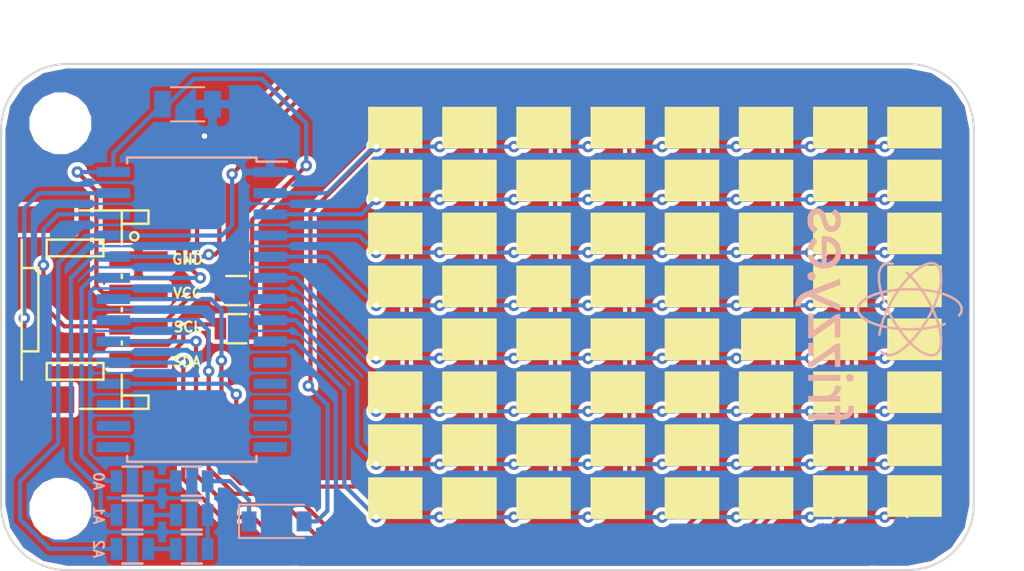
<source format=kicad_pcb>
(kicad_pcb (version 4) (host pcbnew 4.0.7-e2-6376~58~ubuntu16.04.1)
  (layers (0 F.Cu signal hide) (31 B.Cu signal) (34 B.Paste user) (35 F.Paste user) (36 B.SilkS user) (37 F.SilkS user) (38 B.Mask user) (39 F.Mask user) (44 Edge.Cuts user))
  (net 0 "")
  (net 1 VCC)
  (net 2 GND)
  (net 3 SEGDP)
  (net 4 DIG0)
  (net 5 DIG1)
  (net 6 DIG2)
  (net 7 DIG3)
  (net 8 DIG4)
  (net 9 DIG5)
  (net 10 DIG6)
  (net 11 DIG7)
  (net 12 SEGD)
  (net 13 SEGE)
  (net 14 SEGF)
  (net 15 SEGG)
  (net 16 "Net-(D65-Pad1)")
  (net 17 "Net-(JP1-Pad2)")
  (net 18 "Net-(JP2-Pad2)")
  (net 19 "Net-(JP3-Pad2)")
  (net 20 SCL)
  (net 21 SDA)
  (net 22 "Net-(U1-Pad10)")
  (net 23 "Net-(U1-Pad11)")
  (net 24 "Net-(U1-Pad12)")
  (net 25 "Net-(U1-Pad13)")
  (net 26 "Net-(U1-Pad14)")
  (net 27 "Net-(U1-Pad15)")
  (net 28 "Net-(U1-Pad16)")
  (net 29 "Net-(U1-Pad17)")
  (net 30 SEGA)
  (net 31 SEGB)
  (net 32 SEGC)
  (module logos_frizzy:cuadrado (layer F.Cu) (at 189.738 72.517)
    (fp_text reference G*** hide)
    (fp_text value LOGO hide)
  )
  (module logos_frizzy:cuadrado (layer F.Cu) (at 211.963 59.817)
    (fp_text reference G*** hide)
    (fp_text value LOGO hide)
  )
  (module logos_frizzy:cuadrado (layer F.Cu) (at 211.963 81.915)
    (fp_text reference G*** hide)
    (fp_text value LOGO hide)
  )
  (module logos_frizzy:cuadrado (layer F.Cu) (at 207.518 81.915)
    (fp_text reference G*** hide)
    (fp_text value LOGO hide)
  )
  (module logos_frizzy:cuadrado (layer F.Cu) (at 203.073 82.042)
    (fp_text reference G*** hide)
    (fp_text value LOGO hide)
  )
  (module logos_frizzy:cuadrado (layer F.Cu) (at 198.628 82.042)
    (fp_text reference G*** hide)
    (fp_text value LOGO hide)
  )
  (module logos_frizzy:cuadrado (layer F.Cu) (at 194.183 82.042)
    (fp_text reference G*** hide)
    (fp_text value LOGO hide)
  )
  (module logos_frizzy:cuadrado (layer F.Cu) (at 189.738 82.042)
    (fp_text reference G*** hide)
    (fp_text value LOGO hide)
  )
  (module logos_frizzy:cuadrado (layer F.Cu) (at 185.293 82.042)
    (fp_text reference G*** hide)
    (fp_text value LOGO hide)
  )
  (module logos_frizzy:cuadrado (layer F.Cu) (at 180.848 82.042)
    (fp_text reference G*** hide)
    (fp_text value LOGO hide)
  )
  (module logos_frizzy:cuadrado (layer F.Cu) (at 211.963 78.867)
    (fp_text reference G*** hide)
    (fp_text value LOGO hide)
  )
  (module logos_frizzy:cuadrado (layer F.Cu) (at 207.518 78.867)
    (fp_text reference G*** hide)
    (fp_text value LOGO hide)
  )
  (module logos_frizzy:cuadrado (layer F.Cu) (at 203.073 78.867)
    (fp_text reference G*** hide)
    (fp_text value LOGO hide)
  )
  (module logos_frizzy:cuadrado (layer F.Cu) (at 198.628 78.867)
    (fp_text reference G*** hide)
    (fp_text value LOGO hide)
  )
  (module logos_frizzy:cuadrado (layer F.Cu) (at 194.183 78.867)
    (fp_text reference G*** hide)
    (fp_text value LOGO hide)
  )
  (module logos_frizzy:cuadrado (layer F.Cu) (at 189.738 78.867)
    (fp_text reference G*** hide)
    (fp_text value LOGO hide)
  )
  (module logos_frizzy:cuadrado (layer F.Cu) (at 185.293 78.867)
    (fp_text reference G*** hide)
    (fp_text value LOGO hide)
  )
  (module logos_frizzy:cuadrado (layer F.Cu) (at 180.848 78.867)
    (fp_text reference G*** hide)
    (fp_text value LOGO hide)
  )
  (module logos_frizzy:cuadrado (layer F.Cu) (at 211.963 75.692)
    (fp_text reference G*** hide)
    (fp_text value LOGO hide)
  )
  (module logos_frizzy:cuadrado (layer F.Cu) (at 207.518 75.692)
    (fp_text reference G*** hide)
    (fp_text value LOGO hide)
  )
  (module logos_frizzy:cuadrado (layer F.Cu) (at 203.073 75.692)
    (fp_text reference G*** hide)
    (fp_text value LOGO hide)
  )
  (module logos_frizzy:cuadrado (layer F.Cu) (at 198.628 75.692)
    (fp_text reference G*** hide)
    (fp_text value LOGO hide)
  )
  (module logos_frizzy:cuadrado (layer F.Cu) (at 194.183 75.692)
    (fp_text reference G*** hide)
    (fp_text value LOGO hide)
  )
  (module logos_frizzy:cuadrado (layer F.Cu) (at 189.738 75.692)
    (fp_text reference G*** hide)
    (fp_text value LOGO hide)
  )
  (module logos_frizzy:cuadrado (layer F.Cu) (at 185.293 75.692)
    (fp_text reference G*** hide)
    (fp_text value LOGO hide)
  )
  (module logos_frizzy:cuadrado (layer F.Cu) (at 180.848 75.692)
    (fp_text reference G*** hide)
    (fp_text value LOGO hide)
  )
  (module logos_frizzy:cuadrado (layer F.Cu) (at 180.848 72.517)
    (fp_text reference G*** hide)
    (fp_text value LOGO hide)
  )
  (module logos_frizzy:cuadrado (layer F.Cu) (at 185.293 72.517)
    (fp_text reference G*** hide)
    (fp_text value LOGO hide)
  )
  (module logos_frizzy:cuadrado (layer F.Cu) (at 194.183 72.517)
    (fp_text reference G*** hide)
    (fp_text value LOGO hide)
  )
  (module logos_frizzy:cuadrado (layer F.Cu) (at 198.628 72.517)
    (fp_text reference G*** hide)
    (fp_text value LOGO hide)
  )
  (module logos_frizzy:cuadrado (layer F.Cu) (at 211.963 72.517)
    (fp_text reference G*** hide)
    (fp_text value LOGO hide)
  )
  (module logos_frizzy:cuadrado (layer F.Cu) (at 211.963 69.342)
    (fp_text reference G*** hide)
    (fp_text value LOGO hide)
  )
  (module logos_frizzy:cuadrado (layer F.Cu) (at 211.963 66.167)
    (fp_text reference G*** hide)
    (fp_text value LOGO hide)
  )
  (module logos_frizzy:cuadrado (layer F.Cu) (at 211.963 62.992)
    (fp_text reference G*** hide)
    (fp_text value LOGO hide)
  )
  (module logos_frizzy:cuadrado (layer F.Cu) (at 203.2 72.517)
    (fp_text reference G*** hide)
    (fp_text value LOGO hide)
  )
  (module logos_frizzy:cuadrado (layer F.Cu) (at 207.518 72.517)
    (fp_text reference G*** hide)
    (fp_text value LOGO hide)
  )
  (module logos_frizzy:cuadrado (layer F.Cu) (at 207.518 69.342)
    (fp_text reference G*** hide)
    (fp_text value LOGO hide)
  )
  (module logos_frizzy:cuadrado (layer F.Cu) (at 203.073 69.342 180)
    (fp_text reference G*** hide)
    (fp_text value LOGO hide)
  )
  (module logos_frizzy:cuadrado (layer F.Cu) (at 207.518 59.817)
    (fp_text reference G*** hide)
    (fp_text value LOGO hide)
  )
  (module logos_frizzy:cuadrado (layer F.Cu) (at 207.518 62.992)
    (fp_text reference G*** hide)
    (fp_text value LOGO hide)
  )
  (module logos_frizzy:cuadrado (layer F.Cu) (at 207.518 66.167)
    (fp_text reference G*** hide)
    (fp_text value LOGO hide)
  )
  (module logos_frizzy:cuadrado (layer F.Cu) (at 203.073 66.167)
    (fp_text reference G*** hide)
    (fp_text value LOGO hide)
  )
  (module logos_frizzy:cuadrado (layer F.Cu) (at 203.073 62.992)
    (fp_text reference G*** hide)
    (fp_text value LOGO hide)
  )
  (module logos_frizzy:cuadrado (layer F.Cu) (at 203.073 59.817)
    (fp_text reference G*** hide)
    (fp_text value LOGO hide)
  )
  (module logos_frizzy:cuadrado (layer F.Cu) (at 198.628 59.817)
    (fp_text reference G*** hide)
    (fp_text value LOGO hide)
  )
  (module logos_frizzy:cuadrado (layer F.Cu) (at 198.628 62.992)
    (fp_text reference G*** hide)
    (fp_text value LOGO hide)
  )
  (module logos_frizzy:cuadrado (layer F.Cu) (at 198.628 66.167)
    (fp_text reference G*** hide)
    (fp_text value LOGO hide)
  )
  (module logos_frizzy:cuadrado (layer F.Cu) (at 198.628 69.342)
    (fp_text reference G*** hide)
    (fp_text value LOGO hide)
  )
  (module logos_frizzy:cuadrado (layer F.Cu) (at 194.183 69.342)
    (fp_text reference G*** hide)
    (fp_text value LOGO hide)
  )
  (module logos_frizzy:cuadrado (layer F.Cu) (at 194.183 66.167)
    (fp_text reference G*** hide)
    (fp_text value LOGO hide)
  )
  (module logos_frizzy:cuadrado (layer F.Cu) (at 194.183 62.992)
    (fp_text reference G*** hide)
    (fp_text value LOGO hide)
  )
  (module logos_frizzy:cuadrado (layer F.Cu) (at 194.183 59.817)
    (fp_text reference G*** hide)
    (fp_text value LOGO hide)
  )
  (module logos_frizzy:cuadrado (layer F.Cu) (at 189.738 59.817)
    (fp_text reference G*** hide)
    (fp_text value LOGO hide)
  )
  (module logos_frizzy:cuadrado (layer F.Cu) (at 189.738 62.992)
    (fp_text reference G*** hide)
    (fp_text value LOGO hide)
  )
  (module logos_frizzy:cuadrado (layer F.Cu) (at 189.738 66.167)
    (fp_text reference G*** hide)
    (fp_text value LOGO hide)
  )
  (module logos_frizzy:cuadrado (layer F.Cu) (at 189.738 69.342)
    (fp_text reference G*** hide)
    (fp_text value LOGO hide)
  )
  (module logos_frizzy:cuadrado (layer F.Cu) (at 185.293 69.342)
    (fp_text reference G*** hide)
    (fp_text value LOGO hide)
  )
  (module logos_frizzy:cuadrado (layer F.Cu) (at 180.848 69.342)
    (fp_text reference G*** hide)
    (fp_text value LOGO hide)
  )
  (module logos_frizzy:cuadrado (layer F.Cu) (at 185.293 66.167)
    (fp_text reference G*** hide)
    (fp_text value LOGO hide)
  )
  (module logos_frizzy:cuadrado (layer F.Cu) (at 185.293 62.992)
    (fp_text reference G*** hide)
    (fp_text value LOGO hide)
  )
  (module logos_frizzy:cuadrado (layer F.Cu) (at 185.293 59.817)
    (fp_text reference G*** hide)
    (fp_text value LOGO hide)
  )
  (module logos_frizzy:cuadrado (layer F.Cu) (at 180.848 66.167)
    (fp_text reference G*** hide)
    (fp_text value LOGO hide)
  )
  (module logos_frizzy:cuadrado (layer F.Cu) (at 180.848 62.992)
    (fp_text reference G*** hide)
    (fp_text value LOGO hide)
  )
  (module LEDs:LED_0603 (layer F.Cu) (at 185.42 59.69 45)
    (fp_text reference D9 hide)
    (fp_text value LED_ALT hide)
    (pad 2 smd rect (at 0.8 0 225) (size 0.8 0.8) (layers F.Cu F.Paste F.Mask) (net 30 SEGA))
    (pad 1 smd rect (at -0.8 0 225) (size 0.8 0.8) (layers F.Cu F.Paste F.Mask) (net 4 DIG0))
  )
  (module Capacitors_SMD:C_1206 (layer B.Cu) (at 168.402 58.42)
    (fp_text reference C1 hide)
    (fp_text value 10uF hide)
    (pad 1 smd rect (at -1.5 0) (size 1 1.6) (layers B.Cu B.Paste B.Mask) (net 1 VCC))
    (pad 2 smd rect (at 1.5 0) (size 1 1.6) (layers B.Cu B.Paste B.Mask) (net 2 GND))
  )
  (module LEDs:LED_0603 (layer F.Cu) (at 180.975 59.69 45)
    (fp_text reference D1 hide)
    (fp_text value LED_ALT hide)
    (pad 2 smd rect (at 0.8 0 225) (size 0.8 0.8) (layers F.Cu F.Paste F.Mask) (net 3 SEGDP))
    (pad 1 smd rect (at -0.8 0 225) (size 0.8 0.8) (layers F.Cu F.Paste F.Mask) (net 4 DIG0))
  )
  (module LEDs:LED_0603 (layer F.Cu) (at 180.975 62.865 45)
    (fp_text reference D2 hide)
    (fp_text value LED_ALT hide)
    (pad 2 smd rect (at 0.8 0 225) (size 0.8 0.8) (layers F.Cu F.Paste F.Mask) (net 3 SEGDP))
    (pad 1 smd rect (at -0.8 0 225) (size 0.8 0.8) (layers F.Cu F.Paste F.Mask) (net 5 DIG1))
  )
  (module LEDs:LED_0603 (layer F.Cu) (at 180.975 66.04 45)
    (fp_text reference D3 hide)
    (fp_text value LED_ALT hide)
    (pad 2 smd rect (at 0.8 0 225) (size 0.8 0.8) (layers F.Cu F.Paste F.Mask) (net 3 SEGDP))
    (pad 1 smd rect (at -0.8 0 225) (size 0.8 0.8) (layers F.Cu F.Paste F.Mask) (net 6 DIG2))
  )
  (module LEDs:LED_0603 (layer F.Cu) (at 180.975 69.215 45)
    (fp_text reference D4 hide)
    (fp_text value LED_ALT hide)
    (pad 2 smd rect (at 0.8 0 225) (size 0.8 0.8) (layers F.Cu F.Paste F.Mask) (net 3 SEGDP))
    (pad 1 smd rect (at -0.8 0 225) (size 0.8 0.8) (layers F.Cu F.Paste F.Mask) (net 7 DIG3))
  )
  (module LEDs:LED_0603 (layer F.Cu) (at 180.975 72.39 45)
    (fp_text reference D5 hide)
    (fp_text value LED_ALT hide)
    (pad 2 smd rect (at 0.8 0 225) (size 0.8 0.8) (layers F.Cu F.Paste F.Mask) (net 3 SEGDP))
    (pad 1 smd rect (at -0.8 0 225) (size 0.8 0.8) (layers F.Cu F.Paste F.Mask) (net 8 DIG4))
  )
  (module LEDs:LED_0603 (layer F.Cu) (at 180.975 75.565 45)
    (fp_text reference D6 hide)
    (fp_text value LED_ALT hide)
    (pad 2 smd rect (at 0.8 0 225) (size 0.8 0.8) (layers F.Cu F.Paste F.Mask) (net 3 SEGDP))
    (pad 1 smd rect (at -0.8 0 225) (size 0.8 0.8) (layers F.Cu F.Paste F.Mask) (net 9 DIG5))
  )
  (module LEDs:LED_0603 (layer F.Cu) (at 180.975 78.74 45)
    (fp_text reference D7 hide)
    (fp_text value LED_ALT hide)
    (pad 2 smd rect (at 0.8 0 225) (size 0.8 0.8) (layers F.Cu F.Paste F.Mask) (net 3 SEGDP))
    (pad 1 smd rect (at -0.8 0 225) (size 0.8 0.8) (layers F.Cu F.Paste F.Mask) (net 10 DIG6))
  )
  (module LEDs:LED_0603 (layer F.Cu) (at 180.975 81.915 45)
    (fp_text reference D8 hide)
    (fp_text value LED_ALT hide)
    (pad 2 smd rect (at 0.8 0 225) (size 0.8 0.8) (layers F.Cu F.Paste F.Mask) (net 3 SEGDP))
    (pad 1 smd rect (at -0.8 0 225) (size 0.8 0.8) (layers F.Cu F.Paste F.Mask) (net 11 DIG7))
  )
  (module LEDs:LED_0603 (layer F.Cu) (at 185.42 62.865 45)
    (fp_text reference D10 hide)
    (fp_text value LED_ALT hide)
    (pad 2 smd rect (at 0.8 0 225) (size 0.8 0.8) (layers F.Cu F.Paste F.Mask) (net 30 SEGA))
    (pad 1 smd rect (at -0.8 0 225) (size 0.8 0.8) (layers F.Cu F.Paste F.Mask) (net 5 DIG1))
  )
  (module LEDs:LED_0603 (layer F.Cu) (at 185.42 66.04 45)
    (fp_text reference D11 hide)
    (fp_text value LED_ALT hide)
    (pad 2 smd rect (at 0.8 0 225) (size 0.8 0.8) (layers F.Cu F.Paste F.Mask) (net 30 SEGA))
    (pad 1 smd rect (at -0.8 0 225) (size 0.8 0.8) (layers F.Cu F.Paste F.Mask) (net 6 DIG2))
  )
  (module LEDs:LED_0603 (layer F.Cu) (at 185.42 69.215 45)
    (fp_text reference D12 hide)
    (fp_text value LED_ALT hide)
    (pad 2 smd rect (at 0.8 0 225) (size 0.8 0.8) (layers F.Cu F.Paste F.Mask) (net 30 SEGA))
    (pad 1 smd rect (at -0.8 0 225) (size 0.8 0.8) (layers F.Cu F.Paste F.Mask) (net 7 DIG3))
  )
  (module LEDs:LED_0603 (layer F.Cu) (at 185.42 72.39 45)
    (fp_text reference D13 hide)
    (fp_text value LED_ALT hide)
    (pad 2 smd rect (at 0.8 0 225) (size 0.8 0.8) (layers F.Cu F.Paste F.Mask) (net 30 SEGA))
    (pad 1 smd rect (at -0.8 0 225) (size 0.8 0.8) (layers F.Cu F.Paste F.Mask) (net 8 DIG4))
  )
  (module LEDs:LED_0603 (layer F.Cu) (at 185.42 75.565 45)
    (fp_text reference D14 hide)
    (fp_text value LED_ALT hide)
    (pad 2 smd rect (at 0.8 0 225) (size 0.8 0.8) (layers F.Cu F.Paste F.Mask) (net 30 SEGA))
    (pad 1 smd rect (at -0.8 0 225) (size 0.8 0.8) (layers F.Cu F.Paste F.Mask) (net 9 DIG5))
  )
  (module LEDs:LED_0603 (layer F.Cu) (at 185.42 78.74 45)
    (fp_text reference D15 hide)
    (fp_text value LED_ALT hide)
    (pad 2 smd rect (at 0.8 0 225) (size 0.8 0.8) (layers F.Cu F.Paste F.Mask) (net 30 SEGA))
    (pad 1 smd rect (at -0.8 0 225) (size 0.8 0.8) (layers F.Cu F.Paste F.Mask) (net 10 DIG6))
  )
  (module LEDs:LED_0603 (layer F.Cu) (at 185.42 81.915 45)
    (fp_text reference D16 hide)
    (fp_text value LED_ALT hide)
    (pad 2 smd rect (at 0.8 0 225) (size 0.8 0.8) (layers F.Cu F.Paste F.Mask) (net 30 SEGA))
    (pad 1 smd rect (at -0.8 0 225) (size 0.8 0.8) (layers F.Cu F.Paste F.Mask) (net 11 DIG7))
  )
  (module LEDs:LED_0603 (layer F.Cu) (at 189.865 59.69 45)
    (fp_text reference D17 hide)
    (fp_text value LED_ALT hide)
    (pad 2 smd rect (at 0.8 0 225) (size 0.8 0.8) (layers F.Cu F.Paste F.Mask) (net 31 SEGB))
    (pad 1 smd rect (at -0.8 0 225) (size 0.8 0.8) (layers F.Cu F.Paste F.Mask) (net 4 DIG0))
  )
  (module LEDs:LED_0603 (layer F.Cu) (at 189.865 62.865 45)
    (fp_text reference D18 hide)
    (fp_text value LED_ALT hide)
    (pad 2 smd rect (at 0.8 0 225) (size 0.8 0.8) (layers F.Cu F.Paste F.Mask) (net 31 SEGB))
    (pad 1 smd rect (at -0.8 0 225) (size 0.8 0.8) (layers F.Cu F.Paste F.Mask) (net 5 DIG1))
  )
  (module LEDs:LED_0603 (layer F.Cu) (at 189.865 66.04 45)
    (fp_text reference D19 hide)
    (fp_text value LED_ALT hide)
    (pad 2 smd rect (at 0.8 0 225) (size 0.8 0.8) (layers F.Cu F.Paste F.Mask) (net 31 SEGB))
    (pad 1 smd rect (at -0.8 0 225) (size 0.8 0.8) (layers F.Cu F.Paste F.Mask) (net 6 DIG2))
  )
  (module LEDs:LED_0603 (layer F.Cu) (at 189.865 69.215 45)
    (fp_text reference D20 hide)
    (fp_text value LED_ALT hide)
    (pad 2 smd rect (at 0.8 0 225) (size 0.8 0.8) (layers F.Cu F.Paste F.Mask) (net 31 SEGB))
    (pad 1 smd rect (at -0.8 0 225) (size 0.8 0.8) (layers F.Cu F.Paste F.Mask) (net 7 DIG3))
  )
  (module LEDs:LED_0603 (layer F.Cu) (at 189.865 72.39 45)
    (fp_text reference D21 hide)
    (fp_text value LED_ALT hide)
    (pad 2 smd rect (at 0.8 0 225) (size 0.8 0.8) (layers F.Cu F.Paste F.Mask) (net 31 SEGB))
    (pad 1 smd rect (at -0.8 0 225) (size 0.8 0.8) (layers F.Cu F.Paste F.Mask) (net 8 DIG4))
  )
  (module LEDs:LED_0603 (layer F.Cu) (at 189.865 75.565 45)
    (fp_text reference D22 hide)
    (fp_text value LED_ALT hide)
    (pad 2 smd rect (at 0.8 0 225) (size 0.8 0.8) (layers F.Cu F.Paste F.Mask) (net 31 SEGB))
    (pad 1 smd rect (at -0.8 0 225) (size 0.8 0.8) (layers F.Cu F.Paste F.Mask) (net 9 DIG5))
  )
  (module LEDs:LED_0603 (layer F.Cu) (at 189.865 78.74 45)
    (fp_text reference D23 hide)
    (fp_text value LED_ALT hide)
    (pad 2 smd rect (at 0.8 0 225) (size 0.8 0.8) (layers F.Cu F.Paste F.Mask) (net 31 SEGB))
    (pad 1 smd rect (at -0.8 0 225) (size 0.8 0.8) (layers F.Cu F.Paste F.Mask) (net 10 DIG6))
  )
  (module LEDs:LED_0603 (layer F.Cu) (at 189.865 81.915 45)
    (fp_text reference D24 hide)
    (fp_text value LED_ALT hide)
    (pad 2 smd rect (at 0.8 0 225) (size 0.8 0.8) (layers F.Cu F.Paste F.Mask) (net 31 SEGB))
    (pad 1 smd rect (at -0.8 0 225) (size 0.8 0.8) (layers F.Cu F.Paste F.Mask) (net 11 DIG7))
  )
  (module LEDs:LED_0603 (layer F.Cu) (at 194.31 59.69 45)
    (fp_text reference D25 hide)
    (fp_text value LED_ALT hide)
    (pad 2 smd rect (at 0.8 0 225) (size 0.8 0.8) (layers F.Cu F.Paste F.Mask) (net 32 SEGC))
    (pad 1 smd rect (at -0.8 0 225) (size 0.8 0.8) (layers F.Cu F.Paste F.Mask) (net 4 DIG0))
  )
  (module LEDs:LED_0603 (layer F.Cu) (at 194.31 62.865 45)
    (fp_text reference D26 hide)
    (fp_text value LED_ALT hide)
    (pad 2 smd rect (at 0.8 0 225) (size 0.8 0.8) (layers F.Cu F.Paste F.Mask) (net 32 SEGC))
    (pad 1 smd rect (at -0.8 0 225) (size 0.8 0.8) (layers F.Cu F.Paste F.Mask) (net 5 DIG1))
  )
  (module LEDs:LED_0603 (layer F.Cu) (at 194.31 66.04 45)
    (fp_text reference D27 hide)
    (fp_text value LED_ALT hide)
    (pad 2 smd rect (at 0.8 0 225) (size 0.8 0.8) (layers F.Cu F.Paste F.Mask) (net 32 SEGC))
    (pad 1 smd rect (at -0.8 0 225) (size 0.8 0.8) (layers F.Cu F.Paste F.Mask) (net 6 DIG2))
  )
  (module LEDs:LED_0603 (layer F.Cu) (at 194.31 69.215 45)
    (fp_text reference D28 hide)
    (fp_text value LED_ALT hide)
    (pad 2 smd rect (at 0.8 0 225) (size 0.8 0.8) (layers F.Cu F.Paste F.Mask) (net 32 SEGC))
    (pad 1 smd rect (at -0.8 0 225) (size 0.8 0.8) (layers F.Cu F.Paste F.Mask) (net 7 DIG3))
  )
  (module LEDs:LED_0603 (layer F.Cu) (at 194.31 72.39 45)
    (fp_text reference D29 hide)
    (fp_text value LED_ALT hide)
    (pad 2 smd rect (at 0.8 0 225) (size 0.8 0.8) (layers F.Cu F.Paste F.Mask) (net 32 SEGC))
    (pad 1 smd rect (at -0.8 0 225) (size 0.8 0.8) (layers F.Cu F.Paste F.Mask) (net 8 DIG4))
  )
  (module LEDs:LED_0603 (layer F.Cu) (at 194.31 75.565 45)
    (fp_text reference D30 hide)
    (fp_text value LED_ALT hide)
    (pad 2 smd rect (at 0.8 0 225) (size 0.8 0.8) (layers F.Cu F.Paste F.Mask) (net 32 SEGC))
    (pad 1 smd rect (at -0.8 0 225) (size 0.8 0.8) (layers F.Cu F.Paste F.Mask) (net 9 DIG5))
  )
  (module LEDs:LED_0603 (layer F.Cu) (at 194.31 78.74 45)
    (fp_text reference D31 hide)
    (fp_text value LED_ALT hide)
    (pad 2 smd rect (at 0.8 0 225) (size 0.8 0.8) (layers F.Cu F.Paste F.Mask) (net 32 SEGC))
    (pad 1 smd rect (at -0.8 0 225) (size 0.8 0.8) (layers F.Cu F.Paste F.Mask) (net 10 DIG6))
  )
  (module LEDs:LED_0603 (layer F.Cu) (at 194.31 81.915 45)
    (fp_text reference D32 hide)
    (fp_text value LED_ALT hide)
    (pad 2 smd rect (at 0.8 0 225) (size 0.8 0.8) (layers F.Cu F.Paste F.Mask) (net 32 SEGC))
    (pad 1 smd rect (at -0.8 0 225) (size 0.8 0.8) (layers F.Cu F.Paste F.Mask) (net 11 DIG7))
  )
  (module LEDs:LED_0603 (layer F.Cu) (at 198.755 59.69 45)
    (fp_text reference D33 hide)
    (fp_text value LED_ALT hide)
    (pad 2 smd rect (at 0.8 0 225) (size 0.8 0.8) (layers F.Cu F.Paste F.Mask) (net 12 SEGD))
    (pad 1 smd rect (at -0.8 0 225) (size 0.8 0.8) (layers F.Cu F.Paste F.Mask) (net 4 DIG0))
  )
  (module LEDs:LED_0603 (layer F.Cu) (at 198.755 62.865 45)
    (fp_text reference D34 hide)
    (fp_text value LED_ALT hide)
    (pad 2 smd rect (at 0.8 0 225) (size 0.8 0.8) (layers F.Cu F.Paste F.Mask) (net 12 SEGD))
    (pad 1 smd rect (at -0.8 0 225) (size 0.8 0.8) (layers F.Cu F.Paste F.Mask) (net 5 DIG1))
  )
  (module LEDs:LED_0603 (layer F.Cu) (at 198.755 66.04 45)
    (fp_text reference D35 hide)
    (fp_text value LED_ALT hide)
    (pad 2 smd rect (at 0.8 0 225) (size 0.8 0.8) (layers F.Cu F.Paste F.Mask) (net 12 SEGD))
    (pad 1 smd rect (at -0.8 0 225) (size 0.8 0.8) (layers F.Cu F.Paste F.Mask) (net 6 DIG2))
  )
  (module LEDs:LED_0603 (layer F.Cu) (at 198.755 69.215 45)
    (fp_text reference D36 hide)
    (fp_text value LED_ALT hide)
    (pad 2 smd rect (at 0.8 0 225) (size 0.8 0.8) (layers F.Cu F.Paste F.Mask) (net 12 SEGD))
    (pad 1 smd rect (at -0.8 0 225) (size 0.8 0.8) (layers F.Cu F.Paste F.Mask) (net 7 DIG3))
  )
  (module LEDs:LED_0603 (layer F.Cu) (at 198.755 72.39 45)
    (fp_text reference D37 hide)
    (fp_text value LED_ALT hide)
    (pad 2 smd rect (at 0.8 0 225) (size 0.8 0.8) (layers F.Cu F.Paste F.Mask) (net 12 SEGD))
    (pad 1 smd rect (at -0.8 0 225) (size 0.8 0.8) (layers F.Cu F.Paste F.Mask) (net 8 DIG4))
  )
  (module LEDs:LED_0603 (layer F.Cu) (at 198.755 75.565 45)
    (fp_text reference D38 hide)
    (fp_text value LED_ALT hide)
    (pad 2 smd rect (at 0.8 0 225) (size 0.8 0.8) (layers F.Cu F.Paste F.Mask) (net 12 SEGD))
    (pad 1 smd rect (at -0.8 0 225) (size 0.8 0.8) (layers F.Cu F.Paste F.Mask) (net 9 DIG5))
  )
  (module LEDs:LED_0603 (layer F.Cu) (at 198.755 78.74 45)
    (fp_text reference D39 hide)
    (fp_text value LED_ALT hide)
    (pad 2 smd rect (at 0.8 0 225) (size 0.8 0.8) (layers F.Cu F.Paste F.Mask) (net 12 SEGD))
    (pad 1 smd rect (at -0.8 0 225) (size 0.8 0.8) (layers F.Cu F.Paste F.Mask) (net 10 DIG6))
  )
  (module LEDs:LED_0603 (layer F.Cu) (at 198.755 81.915 45)
    (fp_text reference D40 hide)
    (fp_text value LED_ALT hide)
    (pad 2 smd rect (at 0.8 0 225) (size 0.8 0.8) (layers F.Cu F.Paste F.Mask) (net 12 SEGD))
    (pad 1 smd rect (at -0.8 0 225) (size 0.8 0.8) (layers F.Cu F.Paste F.Mask) (net 11 DIG7))
  )
  (module LEDs:LED_0603 (layer F.Cu) (at 203.2 59.69 45)
    (fp_text reference D41 hide)
    (fp_text value LED_ALT hide)
    (pad 2 smd rect (at 0.8 0 225) (size 0.8 0.8) (layers F.Cu F.Paste F.Mask) (net 13 SEGE))
    (pad 1 smd rect (at -0.8 0 225) (size 0.8 0.8) (layers F.Cu F.Paste F.Mask) (net 4 DIG0))
  )
  (module LEDs:LED_0603 (layer F.Cu) (at 203.2 62.865 45)
    (fp_text reference D42 hide)
    (fp_text value LED_ALT hide)
    (pad 2 smd rect (at 0.8 0 225) (size 0.8 0.8) (layers F.Cu F.Paste F.Mask) (net 13 SEGE))
    (pad 1 smd rect (at -0.8 0 225) (size 0.8 0.8) (layers F.Cu F.Paste F.Mask) (net 5 DIG1))
  )
  (module LEDs:LED_0603 (layer F.Cu) (at 203.2 66.04 45)
    (fp_text reference D43 hide)
    (fp_text value LED_ALT hide)
    (pad 2 smd rect (at 0.8 0 225) (size 0.8 0.8) (layers F.Cu F.Paste F.Mask) (net 13 SEGE))
    (pad 1 smd rect (at -0.8 0 225) (size 0.8 0.8) (layers F.Cu F.Paste F.Mask) (net 6 DIG2))
  )
  (module LEDs:LED_0603 (layer F.Cu) (at 203.2 69.215 45)
    (fp_text reference D44 hide)
    (fp_text value LED_ALT hide)
    (pad 2 smd rect (at 0.8 0 225) (size 0.8 0.8) (layers F.Cu F.Paste F.Mask) (net 13 SEGE))
    (pad 1 smd rect (at -0.8 0 225) (size 0.8 0.8) (layers F.Cu F.Paste F.Mask) (net 7 DIG3))
  )
  (module LEDs:LED_0603 (layer F.Cu) (at 203.2 72.39 45)
    (fp_text reference D45 hide)
    (fp_text value LED_ALT hide)
    (pad 2 smd rect (at 0.8 0 225) (size 0.8 0.8) (layers F.Cu F.Paste F.Mask) (net 13 SEGE))
    (pad 1 smd rect (at -0.8 0 225) (size 0.8 0.8) (layers F.Cu F.Paste F.Mask) (net 8 DIG4))
  )
  (module LEDs:LED_0603 (layer F.Cu) (at 203.2 75.565 45)
    (fp_text reference D46 hide)
    (fp_text value LED_ALT hide)
    (pad 2 smd rect (at 0.8 0 225) (size 0.8 0.8) (layers F.Cu F.Paste F.Mask) (net 13 SEGE))
    (pad 1 smd rect (at -0.8 0 225) (size 0.8 0.8) (layers F.Cu F.Paste F.Mask) (net 9 DIG5))
  )
  (module LEDs:LED_0603 (layer F.Cu) (at 203.2 78.74 45)
    (fp_text reference D47 hide)
    (fp_text value LED_ALT hide)
    (pad 2 smd rect (at 0.8 0 225) (size 0.8 0.8) (layers F.Cu F.Paste F.Mask) (net 13 SEGE))
    (pad 1 smd rect (at -0.8 0 225) (size 0.8 0.8) (layers F.Cu F.Paste F.Mask) (net 10 DIG6))
  )
  (module LEDs:LED_0603 (layer F.Cu) (at 203.2 81.915 45)
    (fp_text reference D48 hide)
    (fp_text value LED_ALT hide)
    (pad 2 smd rect (at 0.8 0 225) (size 0.8 0.8) (layers F.Cu F.Paste F.Mask) (net 13 SEGE))
    (pad 1 smd rect (at -0.8 0 225) (size 0.8 0.8) (layers F.Cu F.Paste F.Mask) (net 11 DIG7))
  )
  (module LEDs:LED_0603 (layer F.Cu) (at 207.645 59.69 45)
    (fp_text reference D49 hide)
    (fp_text value LED_ALT hide)
    (pad 2 smd rect (at 0.8 0 225) (size 0.8 0.8) (layers F.Cu F.Paste F.Mask) (net 14 SEGF))
    (pad 1 smd rect (at -0.8 0 225) (size 0.8 0.8) (layers F.Cu F.Paste F.Mask) (net 4 DIG0))
  )
  (module LEDs:LED_0603 (layer F.Cu) (at 207.645 62.865 45)
    (fp_text reference D50 hide)
    (fp_text value LED_ALT hide)
    (pad 2 smd rect (at 0.8 0 225) (size 0.8 0.8) (layers F.Cu F.Paste F.Mask) (net 14 SEGF))
    (pad 1 smd rect (at -0.8 0 225) (size 0.8 0.8) (layers F.Cu F.Paste F.Mask) (net 5 DIG1))
  )
  (module LEDs:LED_0603 (layer F.Cu) (at 207.645 66.04 45)
    (fp_text reference D51 hide)
    (fp_text value LED_ALT hide)
    (pad 2 smd rect (at 0.8 0 225) (size 0.8 0.8) (layers F.Cu F.Paste F.Mask) (net 14 SEGF))
    (pad 1 smd rect (at -0.8 0 225) (size 0.8 0.8) (layers F.Cu F.Paste F.Mask) (net 6 DIG2))
  )
  (module LEDs:LED_0603 (layer F.Cu) (at 207.645 69.215 45)
    (fp_text reference D52 hide)
    (fp_text value LED_ALT hide)
    (pad 2 smd rect (at 0.8 0 225) (size 0.8 0.8) (layers F.Cu F.Paste F.Mask) (net 14 SEGF))
    (pad 1 smd rect (at -0.8 0 225) (size 0.8 0.8) (layers F.Cu F.Paste F.Mask) (net 7 DIG3))
  )
  (module LEDs:LED_0603 (layer F.Cu) (at 207.645 72.39 45)
    (fp_text reference D53 hide)
    (fp_text value LED_ALT hide)
    (pad 2 smd rect (at 0.8 0 225) (size 0.8 0.8) (layers F.Cu F.Paste F.Mask) (net 14 SEGF))
    (pad 1 smd rect (at -0.8 0 225) (size 0.8 0.8) (layers F.Cu F.Paste F.Mask) (net 8 DIG4))
  )
  (module LEDs:LED_0603 (layer F.Cu) (at 207.645 75.565 45)
    (fp_text reference D54 hide)
    (fp_text value LED_ALT hide)
    (pad 2 smd rect (at 0.8 0 225) (size 0.8 0.8) (layers F.Cu F.Paste F.Mask) (net 14 SEGF))
    (pad 1 smd rect (at -0.8 0 225) (size 0.8 0.8) (layers F.Cu F.Paste F.Mask) (net 9 DIG5))
  )
  (module LEDs:LED_0603 (layer F.Cu) (at 207.645 78.74 45)
    (fp_text reference D55 hide)
    (fp_text value LED_ALT hide)
    (pad 2 smd rect (at 0.8 0 225) (size 0.8 0.8) (layers F.Cu F.Paste F.Mask) (net 14 SEGF))
    (pad 1 smd rect (at -0.8 0 225) (size 0.8 0.8) (layers F.Cu F.Paste F.Mask) (net 10 DIG6))
  )
  (module LEDs:LED_0603 (layer F.Cu) (at 207.645 81.915 45)
    (fp_text reference D56 hide)
    (fp_text value LED_ALT hide)
    (pad 2 smd rect (at 0.8 0 225) (size 0.8 0.8) (layers F.Cu F.Paste F.Mask) (net 14 SEGF))
    (pad 1 smd rect (at -0.8 0 225) (size 0.8 0.8) (layers F.Cu F.Paste F.Mask) (net 11 DIG7))
  )
  (module LEDs:LED_0603 (layer F.Cu) (at 212.09 59.69 45)
    (fp_text reference D57 hide)
    (fp_text value LED_ALT hide)
    (pad 2 smd rect (at 0.8 0 225) (size 0.8 0.8) (layers F.Cu F.Paste F.Mask) (net 15 SEGG))
    (pad 1 smd rect (at -0.8 0 225) (size 0.8 0.8) (layers F.Cu F.Paste F.Mask) (net 4 DIG0))
  )
  (module LEDs:LED_0603 (layer F.Cu) (at 212.09 62.865 45)
    (fp_text reference D58 hide)
    (fp_text value LED_ALT hide)
    (pad 2 smd rect (at 0.8 0 225) (size 0.8 0.8) (layers F.Cu F.Paste F.Mask) (net 15 SEGG))
    (pad 1 smd rect (at -0.8 0 225) (size 0.8 0.8) (layers F.Cu F.Paste F.Mask) (net 5 DIG1))
  )
  (module LEDs:LED_0603 (layer F.Cu) (at 212.09 66.04 45)
    (fp_text reference D59 hide)
    (fp_text value LED_ALT hide)
    (pad 2 smd rect (at 0.8 0 225) (size 0.8 0.8) (layers F.Cu F.Paste F.Mask) (net 15 SEGG))
    (pad 1 smd rect (at -0.8 0 225) (size 0.8 0.8) (layers F.Cu F.Paste F.Mask) (net 6 DIG2))
  )
  (module LEDs:LED_0603 (layer F.Cu) (at 212.09 69.215 45)
    (fp_text reference D60 hide)
    (fp_text value LED_ALT hide)
    (pad 2 smd rect (at 0.8 0 225) (size 0.8 0.8) (layers F.Cu F.Paste F.Mask) (net 15 SEGG))
    (pad 1 smd rect (at -0.8 0 225) (size 0.8 0.8) (layers F.Cu F.Paste F.Mask) (net 7 DIG3))
  )
  (module LEDs:LED_0603 (layer F.Cu) (at 212.09 72.39 45)
    (fp_text reference D61 hide)
    (fp_text value LED_ALT hide)
    (pad 2 smd rect (at 0.8 0 225) (size 0.8 0.8) (layers F.Cu F.Paste F.Mask) (net 15 SEGG))
    (pad 1 smd rect (at -0.8 0 225) (size 0.8 0.8) (layers F.Cu F.Paste F.Mask) (net 8 DIG4))
  )
  (module LEDs:LED_0603 (layer F.Cu) (at 212.09 75.565 45)
    (fp_text reference D62 hide)
    (fp_text value LED_ALT hide)
    (pad 2 smd rect (at 0.8 0 225) (size 0.8 0.8) (layers F.Cu F.Paste F.Mask) (net 15 SEGG))
    (pad 1 smd rect (at -0.8 0 225) (size 0.8 0.8) (layers F.Cu F.Paste F.Mask) (net 9 DIG5))
  )
  (module LEDs:LED_0603 (layer F.Cu) (at 212.09 78.74 45)
    (fp_text reference D63 hide)
    (fp_text value LED_ALT hide)
    (pad 2 smd rect (at 0.8 0 225) (size 0.8 0.8) (layers F.Cu F.Paste F.Mask) (net 15 SEGG))
    (pad 1 smd rect (at -0.8 0 225) (size 0.8 0.8) (layers F.Cu F.Paste F.Mask) (net 10 DIG6))
  )
  (module LEDs:LED_0603 (layer F.Cu) (at 212.09 81.915 45)
    (fp_text reference D64 hide)
    (fp_text value LED_ALT hide)
    (pad 2 smd rect (at 0.8 0 225) (size 0.8 0.8) (layers F.Cu F.Paste F.Mask) (net 15 SEGG))
    (pad 1 smd rect (at -0.8 0 225) (size 0.8 0.8) (layers F.Cu F.Paste F.Mask) (net 11 DIG7))
  )
  (module Diodes_SMD:D_SOD-123 (layer B.Cu) (at 173.736 83.439)
    (fp_text reference D65 hide)
    (fp_text value 1N4148 hide)
    (pad 1 smd rect (at -1.65 0) (size 0.9 1.2) (layers B.Cu B.Paste B.Mask) (net 16 "Net-(D65-Pad1)"))
    (pad 2 smd rect (at 1.65 0) (size 0.9 1.2) (layers B.Cu B.Paste B.Mask) (net 4 DIG0))
  )
  (module Resistors_SMD:R_0805 (layer B.Cu) (at 165.1 81.026)
    (fp_text reference JP1 hide)
    (fp_text value Jumper_NO_Small hide)
    (pad 1 smd rect (at -0.95 0) (size 0.7 1.3) (layers B.Cu B.Paste B.Mask) (net 32 SEGC))
    (pad 2 smd rect (at 0.95 0) (size 0.7 1.3) (layers B.Cu B.Paste B.Mask) (net 17 "Net-(JP1-Pad2)"))
  )
  (module Resistors_SMD:R_0805 (layer B.Cu) (at 165.1 83.058)
    (fp_text reference JP2 hide)
    (fp_text value Jumper_NO_Small hide)
    (pad 1 smd rect (at -0.95 0) (size 0.7 1.3) (layers B.Cu B.Paste B.Mask) (net 31 SEGB))
    (pad 2 smd rect (at 0.95 0) (size 0.7 1.3) (layers B.Cu B.Paste B.Mask) (net 18 "Net-(JP2-Pad2)"))
  )
  (module Resistors_SMD:R_0805 (layer B.Cu) (at 165.1 85.09)
    (fp_text reference JP3 hide)
    (fp_text value Jumper_NO_Small hide)
    (pad 1 smd rect (at -0.95 0) (size 0.7 1.3) (layers B.Cu B.Paste B.Mask) (net 30 SEGA))
    (pad 2 smd rect (at 0.95 0) (size 0.7 1.3) (layers B.Cu B.Paste B.Mask) (net 19 "Net-(JP3-Pad2)"))
  )
  (module Resistors_SMD:R_0805 (layer F.Cu) (at 171.323 71.882 180)
    (fp_text reference R1 hide)
    (fp_text value 10K hide)
    (pad 1 smd rect (at -0.95 0 180) (size 0.7 1.3) (layers F.Cu F.Paste F.Mask) (net 1 VCC))
    (pad 2 smd rect (at 0.95 0 180) (size 0.7 1.3) (layers F.Cu F.Paste F.Mask) (net 21 SDA))
  )
  (module Resistors_SMD:R_0805 (layer B.Cu) (at 168.656 81.026)
    (fp_text reference R2 hide)
    (fp_text value 10K hide)
    (pad 1 smd rect (at -0.95 0) (size 0.7 1.3) (layers B.Cu B.Paste B.Mask) (net 17 "Net-(JP1-Pad2)"))
    (pad 2 smd rect (at 0.95 0) (size 0.7 1.3) (layers B.Cu B.Paste B.Mask) (net 16 "Net-(D65-Pad1)"))
  )
  (module Resistors_SMD:R_0805 (layer B.Cu) (at 168.656 83.058)
    (fp_text reference R3 hide)
    (fp_text value 10K hide)
    (pad 1 smd rect (at -0.95 0) (size 0.7 1.3) (layers B.Cu B.Paste B.Mask) (net 18 "Net-(JP2-Pad2)"))
    (pad 2 smd rect (at 0.95 0) (size 0.7 1.3) (layers B.Cu B.Paste B.Mask) (net 16 "Net-(D65-Pad1)"))
  )
  (module Resistors_SMD:R_0805 (layer B.Cu) (at 168.656 85.09)
    (fp_text reference R4 hide)
    (fp_text value 10K hide)
    (pad 1 smd rect (at -0.95 0) (size 0.7 1.3) (layers B.Cu B.Paste B.Mask) (net 19 "Net-(JP3-Pad2)"))
    (pad 2 smd rect (at 0.95 0) (size 0.7 1.3) (layers B.Cu B.Paste B.Mask) (net 16 "Net-(D65-Pad1)"))
  )
  (module Resistors_SMD:R_0805 (layer F.Cu) (at 171.323 69.596 180)
    (fp_text reference R5 hide)
    (fp_text value 10K hide)
    (pad 1 smd rect (at -0.95 0 180) (size 0.7 1.3) (layers F.Cu F.Paste F.Mask) (net 1 VCC))
    (pad 2 smd rect (at 0.95 0 180) (size 0.7 1.3) (layers F.Cu F.Paste F.Mask) (net 20 SCL))
  )
  (module Housings_SOIC:SOIC-28W_7.5x17.9mm_Pitch1.27mm (layer B.Cu) (at 168.656 70.739 180)
    (fp_text reference U1 hide)
    (fp_text value HT16K33 hide)
    (pad 1 smd rect (at -4.7 8.255 180) (size 2 0.6) (layers B.Cu B.Paste B.Mask) (net 2 GND))
    (pad 2 smd rect (at -4.7 6.985 180) (size 2 0.6) (layers B.Cu B.Paste B.Mask) (net 4 DIG0))
    (pad 3 smd rect (at -4.7 5.715 180) (size 2 0.6) (layers B.Cu B.Paste B.Mask) (net 5 DIG1))
    (pad 4 smd rect (at -4.7 4.445 180) (size 2 0.6) (layers B.Cu B.Paste B.Mask) (net 6 DIG2))
    (pad 5 smd rect (at -4.7 3.175 180) (size 2 0.6) (layers B.Cu B.Paste B.Mask) (net 7 DIG3))
    (pad 6 smd rect (at -4.7 1.905 180) (size 2 0.6) (layers B.Cu B.Paste B.Mask) (net 8 DIG4))
    (pad 7 smd rect (at -4.7 0.635 180) (size 2 0.6) (layers B.Cu B.Paste B.Mask) (net 9 DIG5))
    (pad 8 smd rect (at -4.7 -0.635 180) (size 2 0.6) (layers B.Cu B.Paste B.Mask) (net 10 DIG6))
    (pad 9 smd rect (at -4.7 -1.905 180) (size 2 0.6) (layers B.Cu B.Paste B.Mask) (net 11 DIG7))
    (pad 10 smd rect (at -4.7 -3.175 180) (size 2 0.6) (layers B.Cu B.Paste B.Mask) (net 22 "Net-(U1-Pad10)"))
    (pad 11 smd rect (at -4.7 -4.445 180) (size 2 0.6) (layers B.Cu B.Paste B.Mask) (net 23 "Net-(U1-Pad11)"))
    (pad 12 smd rect (at -4.7 -5.715 180) (size 2 0.6) (layers B.Cu B.Paste B.Mask) (net 24 "Net-(U1-Pad12)"))
    (pad 13 smd rect (at -4.7 -6.985 180) (size 2 0.6) (layers B.Cu B.Paste B.Mask) (net 25 "Net-(U1-Pad13)"))
    (pad 14 smd rect (at -4.7 -8.255 180) (size 2 0.6) (layers B.Cu B.Paste B.Mask) (net 26 "Net-(U1-Pad14)"))
    (pad 15 smd rect (at 4.7 -8.255 180) (size 2 0.6) (layers B.Cu B.Paste B.Mask) (net 27 "Net-(U1-Pad15)"))
    (pad 16 smd rect (at 4.7 -6.985 180) (size 2 0.6) (layers B.Cu B.Paste B.Mask) (net 28 "Net-(U1-Pad16)"))
    (pad 17 smd rect (at 4.7 -5.715 180) (size 2 0.6) (layers B.Cu B.Paste B.Mask) (net 29 "Net-(U1-Pad17)"))
    (pad 18 smd rect (at 4.7 -4.445 180) (size 2 0.6) (layers B.Cu B.Paste B.Mask) (net 3 SEGDP))
    (pad 19 smd rect (at 4.7 -3.175 180) (size 2 0.6) (layers B.Cu B.Paste B.Mask) (net 15 SEGG))
    (pad 20 smd rect (at 4.7 -1.905 180) (size 2 0.6) (layers B.Cu B.Paste B.Mask) (net 14 SEGF))
    (pad 21 smd rect (at 4.7 -0.635 180) (size 2 0.6) (layers B.Cu B.Paste B.Mask) (net 13 SEGE))
    (pad 22 smd rect (at 4.7 0.635 180) (size 2 0.6) (layers B.Cu B.Paste B.Mask) (net 12 SEGD))
    (pad 23 smd rect (at 4.7 1.905 180) (size 2 0.6) (layers B.Cu B.Paste B.Mask) (net 32 SEGC))
    (pad 24 smd rect (at 4.7 3.175 180) (size 2 0.6) (layers B.Cu B.Paste B.Mask) (net 31 SEGB))
    (pad 25 smd rect (at 4.7 4.445 180) (size 2 0.6) (layers B.Cu B.Paste B.Mask) (net 30 SEGA))
    (pad 26 smd rect (at 4.7 5.715 180) (size 2 0.6) (layers B.Cu B.Paste B.Mask) (net 20 SCL))
    (pad 27 smd rect (at 4.7 6.985 180) (size 2 0.6) (layers B.Cu B.Paste B.Mask) (net 21 SDA))
    (pad 28 smd rect (at 4.7 8.255 180) (size 2 0.6) (layers B.Cu B.Paste B.Mask) (net 1 VCC))
  )
  (module Connectors_JST:JST_PH_S4B-PH-SM4-TB_04x2.00mm_Angled (layer F.Cu) (at 162.687 70.739 270)
    (fp_text reference P1 hide)
    (fp_text value CONN_01X04 hide)
    (pad 1 smd rect (at -3 -2.775 270) (size 1 3.5) (layers F.Cu F.Paste F.Mask) (net 2 GND))
    (pad 2 smd rect (at -1 -2.775 270) (size 1 3.5) (layers F.Cu F.Paste F.Mask) (net 1 VCC))
    (pad 3 smd rect (at 1 -2.775 270) (size 1 3.5) (layers F.Cu F.Paste F.Mask) (net 20 SCL))
    (pad 4 smd rect (at 3 -2.775 270) (size 1 3.5) (layers F.Cu F.Paste F.Mask) (net 21 SDA))
    (pad "" smd rect (at -5.4 2.775 270) (size 1.6 3.4) (layers F.Cu F.Paste F.Mask))
    (pad "" smd rect (at 5.4 2.775 270) (size 1.6 3.4) (layers F.Cu F.Paste F.Mask))
  )
  (module logos_frizzy:cuadrado (layer F.Cu) (at 180.848 59.817)
    (fp_text reference G*** hide)
    (fp_text value LOGO hide)
  )
  (module Mounting_Holes:MountingHole_3.2mm_M3 (layer F.Cu) (at 160.782 59.563)
    (fp_text reference REF** hide)
    (fp_text value MountingHole_3.2mm_M3 hide)
    (pad 1 np_thru_hole circle (at 0 0) (size 3.2 3.2) (drill 3.2) (layers *.Cu *.Mask))
  )
  (module Mounting_Holes:MountingHole_3.2mm_M3 (layer F.Cu) (at 160.782 82.677 45)
    (fp_text reference REF** hide)
    (fp_text value MountingHole_3.2mm_M3 hide)
    (pad 1 np_thru_hole circle (at 0 0 45) (size 3.2 3.2) (drill 3.2) (layers *.Cu *.Mask))
  )
  (module logos_frizzy:web (layer B.Cu) (at 206.756 71.12 90)
    (fp_text reference G*** hide)
    (fp_text value LOGO hide)
  )
  (module Grape:atom_small (layer B.Cu) (at 211.6836 70.7136 90)
    (fp_text reference G*** hide)
    (fp_text value LOGO hide)
  )
  (gr_text SDA (at 168.3512 73.8632) (layer F.SilkS) (effects (font (size 0.6 0.6) (thickness 0.127))))
  (gr_text SCL (at 168.402 71.7804) (layer F.SilkS) (effects (font (size 0.6 0.6) (thickness 0.127))))
  (gr_text VCC (at 168.402 69.7484) (layer F.SilkS) (effects (font (size 0.6 0.6) (thickness 0.127))))
  (gr_text GND (at 168.402 67.7164) (layer F.SilkS) (effects (font (size 0.6 0.6) (thickness 0.127))))
  (gr_text "A2\n" (at 163.068 85.09 270) (layer B.SilkS) (effects (font (size 0.6 0.6) (thickness 0.127)) (justify mirror)))
  (gr_text "A1\n" (at 163.068 83.058 270) (layer B.SilkS) (effects (font (size 0.6 0.6) (thickness 0.127)) (justify mirror)))
  (gr_text A0 (at 163.068 81.026 270) (layer B.SilkS) (effects (font (size 0.6 0.6) (thickness 0.127)) (justify mirror)))
  (gr_line (start 215.519 82.423) (end 215.519 59.944) (angle 90) (layer Edge.Cuts) (width 0.127))
  (gr_line (start 161.163 86.36) (end 211.582 86.36) (angle 90) (layer Edge.Cuts) (width 0.127))
  (gr_line (start 211.582 56.007) (end 161.163 56.007) (angle 90) (layer Edge.Cuts) (width 0.127))
  (gr_arc (start 211.582 82.423) (end 215.519 82.423) (angle 90) (layer Edge.Cuts) (width 0.127))
  (gr_arc (start 211.582 59.944) (end 211.582 56.007) (angle 90) (layer Edge.Cuts) (width 0.127))
  (gr_line (start 157.226 59.944) (end 157.226 82.423) (angle 90) (layer Edge.Cuts) (width 0.127))
  (gr_arc (start 161.163 82.423) (end 161.163 86.36) (angle 90) (layer Edge.Cuts) (width 0.127))
  (gr_arc (start 161.163 59.944) (end 157.226 59.944) (angle 90) (layer Edge.Cuts) (width 0.127))
  (segment (start 165.462 69.739) (end 163.338 69.739) (width 0.254) (layer F.Cu) (net 1))
  (segment (start 161.798 62.484) (end 163.956 62.484) (width 0.254) (layer B.Cu) (net 1))
  (via (at 161.798 62.484) (size 0.6858) (drill 0.3302) (layers F.Cu B.Cu) (net 1))
  (segment (start 162.941 63.627) (end 161.798 62.484) (width 0.254) (layer F.Cu) (net 1))
  (segment (start 162.941 69.342) (end 162.941 63.627) (width 0.254) (layer F.Cu) (net 1))
  (segment (start 163.338 69.739) (end 162.941 69.342) (width 0.254) (layer F.Cu) (net 1))
  (segment (start 166.902 58.42) (end 167.259 58.42) (width 0.254) (layer B.Cu) (net 1))
  (segment (start 167.259 58.42) (end 168.783 56.896) (width 0.254) (layer B.Cu) (net 1))
  (segment (start 172.273 65.344) (end 172.273 69.596) (width 0.254) (layer F.Cu) (net 1))
  (segment (start 175.514 62.103) (end 172.273 65.344) (width 0.254) (layer F.Cu) (net 1))
  (via (at 175.514 62.103) (size 0.6858) (drill 0.3302) (layers F.Cu B.Cu) (net 1))
  (segment (start 175.514 59.563) (end 175.514 62.103) (width 0.254) (layer B.Cu) (net 1))
  (segment (start 172.847 56.896) (end 175.514 59.563) (width 0.254) (layer B.Cu) (net 1))
  (segment (start 168.783 56.896) (end 172.847 56.896) (width 0.254) (layer B.Cu) (net 1))
  (segment (start 172.273 71.882) (end 172.273 69.596) (width 0.254) (layer F.Cu) (net 1))
  (segment (start 163.956 62.484) (end 163.956 61.366) (width 0.254) (layer B.Cu) (net 1))
  (segment (start 163.956 61.366) (end 166.902 58.42) (width 0.254) (layer B.Cu) (net 1))
  (segment (start 165.462 67.739) (end 165.462 65.678) (width 0.254) (layer F.Cu) (net 2))
  (segment (start 169.902 59.841) (end 169.902 58.42) (width 0.254) (layer B.Cu) (net 2))
  (segment (start 169.418 60.325) (end 169.902 59.841) (width 0.254) (layer B.Cu) (net 2))
  (via (at 169.418 60.325) (size 0.6858) (drill 0.3302) (layers F.Cu B.Cu) (net 2))
  (segment (start 168.275 61.468) (end 169.418 60.325) (width 0.254) (layer F.Cu) (net 2))
  (segment (start 168.275 62.865) (end 168.275 61.468) (width 0.254) (layer F.Cu) (net 2))
  (segment (start 165.462 65.678) (end 168.275 62.865) (width 0.254) (layer F.Cu) (net 2))
  (segment (start 169.902 58.42) (end 172.085 58.42) (width 0.254) (layer B.Cu) (net 2))
  (segment (start 172.085 58.42) (end 173.356 59.691) (width 0.254) (layer B.Cu) (net 2))
  (segment (start 173.356 59.691) (end 173.356 62.484) (width 0.254) (layer B.Cu) (net 2))
  (segment (start 165.462 67.739) (end 166.068 67.739) (width 0.254) (layer F.Cu) (net 2))
  (segment (start 169.902 58.444) (end 169.902 58.42) (width 0.254) (layer B.Cu) (net 2))
  (segment (start 167.513 75.184) (end 170.688 75.184) (width 0.254) (layer B.Cu) (net 3))
  (segment (start 170.688 75.184) (end 171.323 75.819) (width 0.254) (layer B.Cu) (net 3))
  (segment (start 171.323 79.629) (end 171.323 79.883) (width 0.254) (layer F.Cu) (net 3))
  (segment (start 171.323 79.883) (end 171.958 80.518) (width 0.254) (layer F.Cu) (net 3))
  (segment (start 163.956 75.184) (end 167.513 75.184) (width 0.254) (layer B.Cu) (net 3))
  (segment (start 181.540685 81.349315) (end 175.456315 81.349315) (width 0.254) (layer F.Cu) (net 3))
  (segment (start 175.456315 81.349315) (end 174.625 80.518) (width 0.254) (layer F.Cu) (net 3))
  (segment (start 174.625 80.518) (end 171.958 80.518) (width 0.254) (layer F.Cu) (net 3))
  (via (at 171.323 75.819) (size 0.6858) (drill 0.3302) (layers F.Cu B.Cu) (net 3))
  (segment (start 171.323 78.74) (end 171.323 75.819) (width 0.254) (layer F.Cu) (net 3))
  (segment (start 171.323 79.629) (end 171.323 78.74) (width 0.254) (layer F.Cu) (net 3))
  (segment (start 181.540685 81.349315) (end 181.540685 78.174315) (width 0.254) (layer F.Cu) (net 3))
  (segment (start 181.540685 78.174315) (end 181.540685 74.999315) (width 0.254) (layer F.Cu) (net 3))
  (segment (start 181.540685 71.824315) (end 181.540685 74.999315) (width 0.254) (layer F.Cu) (net 3))
  (segment (start 181.540685 68.649315) (end 181.540685 71.824315) (width 0.254) (layer F.Cu) (net 3))
  (segment (start 181.540685 65.474315) (end 181.540685 68.649315) (width 0.254) (layer F.Cu) (net 3))
  (segment (start 181.540685 59.124315) (end 181.540685 62.299315) (width 0.254) (layer F.Cu) (net 3))
  (segment (start 181.540685 62.299315) (end 181.540685 65.474315) (width 0.254) (layer F.Cu) (net 3))
  (segment (start 175.386 83.439) (end 176.149 83.439) (width 0.254) (layer B.Cu) (net 4))
  (segment (start 175.768 64.897) (end 179.705 60.96) (width 0.254) (layer F.Cu) (net 4))
  (segment (start 175.768 75.184) (end 175.768 64.897) (width 0.254) (layer F.Cu) (net 4))
  (segment (start 175.641 75.311) (end 175.768 75.184) (width 0.254) (layer F.Cu) (net 4))
  (via (at 175.641 75.311) (size 0.6858) (drill 0.3302) (layers F.Cu B.Cu) (net 4))
  (segment (start 176.784 76.454) (end 175.641 75.311) (width 0.254) (layer B.Cu) (net 4))
  (segment (start 176.784 82.804) (end 176.784 76.454) (width 0.254) (layer B.Cu) (net 4))
  (segment (start 176.149 83.439) (end 176.784 82.804) (width 0.254) (layer B.Cu) (net 4))
  (segment (start 179.705 60.96) (end 179.578 60.96) (width 0.254) (layer B.Cu) (net 4))
  (segment (start 176.784 63.754) (end 173.356 63.754) (width 0.254) (layer B.Cu) (net 4))
  (segment (start 179.578 60.96) (end 176.784 63.754) (width 0.254) (layer B.Cu) (net 4))
  (segment (start 211.524315 60.255685) (end 210.82 60.96) (width 0.254) (layer F.Cu) (net 4))
  (segment (start 210.185 60.96) (end 205.74 60.96) (width 0.254) (layer B.Cu) (net 4))
  (via (at 210.185 60.96) (size 0.6858) (drill 0.3302) (layers F.Cu B.Cu) (net 4))
  (segment (start 210.82 60.96) (end 210.185 60.96) (width 0.254) (layer F.Cu) (net 4))
  (segment (start 201.295 60.96) (end 205.74 60.96) (width 0.254) (layer B.Cu) (net 4))
  (segment (start 206.375 60.96) (end 207.079315 60.255685) (width 0.254) (layer F.Cu) (net 4))
  (segment (start 205.74 60.96) (end 206.375 60.96) (width 0.254) (layer F.Cu) (net 4))
  (via (at 205.74 60.96) (size 0.6858) (drill 0.3302) (layers F.Cu B.Cu) (net 4))
  (segment (start 202.634315 60.255685) (end 201.93 60.96) (width 0.254) (layer F.Cu) (net 4))
  (segment (start 201.295 60.96) (end 196.85 60.96) (width 0.254) (layer B.Cu) (net 4))
  (via (at 201.295 60.96) (size 0.6858) (drill 0.3302) (layers F.Cu B.Cu) (net 4))
  (segment (start 201.93 60.96) (end 201.295 60.96) (width 0.254) (layer F.Cu) (net 4))
  (segment (start 192.405 60.96) (end 196.85 60.96) (width 0.254) (layer B.Cu) (net 4))
  (segment (start 197.485 60.96) (end 198.189315 60.255685) (width 0.254) (layer F.Cu) (net 4))
  (segment (start 196.85 60.96) (end 197.485 60.96) (width 0.254) (layer F.Cu) (net 4))
  (via (at 196.85 60.96) (size 0.6858) (drill 0.3302) (layers F.Cu B.Cu) (net 4))
  (segment (start 187.96 60.96) (end 192.405 60.96) (width 0.254) (layer B.Cu) (net 4))
  (segment (start 193.04 60.96) (end 193.744315 60.255685) (width 0.254) (layer F.Cu) (net 4))
  (segment (start 192.405 60.96) (end 193.04 60.96) (width 0.254) (layer F.Cu) (net 4))
  (via (at 192.405 60.96) (size 0.6858) (drill 0.3302) (layers F.Cu B.Cu) (net 4))
  (segment (start 183.515 60.96) (end 187.96 60.96) (width 0.254) (layer B.Cu) (net 4))
  (segment (start 188.595 60.96) (end 189.299315 60.255685) (width 0.254) (layer F.Cu) (net 4))
  (segment (start 187.96 60.96) (end 188.595 60.96) (width 0.254) (layer F.Cu) (net 4))
  (via (at 187.96 60.96) (size 0.6858) (drill 0.3302) (layers F.Cu B.Cu) (net 4))
  (segment (start 180.409315 60.255685) (end 179.705 60.96) (width 0.254) (layer F.Cu) (net 4))
  (segment (start 184.15 60.96) (end 184.854315 60.255685) (width 0.254) (layer F.Cu) (net 4))
  (segment (start 183.515 60.96) (end 184.15 60.96) (width 0.254) (layer F.Cu) (net 4))
  (via (at 183.515 60.96) (size 0.6858) (drill 0.3302) (layers F.Cu B.Cu) (net 4))
  (segment (start 179.705 60.96) (end 183.515 60.96) (width 0.254) (layer B.Cu) (net 4))
  (via (at 179.705 60.96) (size 0.6858) (drill 0.3302) (layers F.Cu B.Cu) (net 4))
  (segment (start 173.356 65.024) (end 178.816 65.024) (width 0.254) (layer B.Cu) (net 5))
  (segment (start 178.816 65.024) (end 179.705 64.135) (width 0.254) (layer B.Cu) (net 5))
  (via (at 210.185 64.135) (size 0.6858) (drill 0.3302) (layers F.Cu B.Cu) (net 5))
  (segment (start 205.74 64.135) (end 210.185 64.135) (width 0.254) (layer B.Cu) (net 5))
  (segment (start 210.82 64.135) (end 211.524315 63.430685) (width 0.254) (layer F.Cu) (net 5))
  (segment (start 210.185 64.135) (end 210.82 64.135) (width 0.254) (layer F.Cu) (net 5))
  (segment (start 207.079315 63.430685) (end 206.375 64.135) (width 0.254) (layer F.Cu) (net 5))
  (segment (start 205.74 64.135) (end 201.295 64.135) (width 0.254) (layer B.Cu) (net 5))
  (via (at 205.74 64.135) (size 0.6858) (drill 0.3302) (layers F.Cu B.Cu) (net 5))
  (segment (start 206.375 64.135) (end 205.74 64.135) (width 0.254) (layer F.Cu) (net 5))
  (segment (start 196.85 64.135) (end 201.295 64.135) (width 0.254) (layer B.Cu) (net 5))
  (segment (start 201.93 64.135) (end 202.634315 63.430685) (width 0.254) (layer F.Cu) (net 5))
  (segment (start 201.295 64.135) (end 201.93 64.135) (width 0.254) (layer F.Cu) (net 5))
  (via (at 201.295 64.135) (size 0.6858) (drill 0.3302) (layers F.Cu B.Cu) (net 5))
  (segment (start 198.189315 63.430685) (end 197.485 64.135) (width 0.254) (layer F.Cu) (net 5))
  (segment (start 196.85 64.135) (end 192.405 64.135) (width 0.254) (layer B.Cu) (net 5))
  (via (at 196.85 64.135) (size 0.6858) (drill 0.3302) (layers F.Cu B.Cu) (net 5))
  (segment (start 197.485 64.135) (end 196.85 64.135) (width 0.254) (layer F.Cu) (net 5))
  (segment (start 187.96 64.135) (end 192.405 64.135) (width 0.254) (layer B.Cu) (net 5))
  (segment (start 193.04 64.135) (end 193.744315 63.430685) (width 0.254) (layer F.Cu) (net 5))
  (segment (start 192.405 64.135) (end 193.04 64.135) (width 0.254) (layer F.Cu) (net 5))
  (via (at 192.405 64.135) (size 0.6858) (drill 0.3302) (layers F.Cu B.Cu) (net 5))
  (segment (start 189.299315 63.430685) (end 188.595 64.135) (width 0.254) (layer F.Cu) (net 5))
  (segment (start 187.96 64.135) (end 183.515 64.135) (width 0.254) (layer B.Cu) (net 5))
  (via (at 187.96 64.135) (size 0.6858) (drill 0.3302) (layers F.Cu B.Cu) (net 5))
  (segment (start 188.595 64.135) (end 187.96 64.135) (width 0.254) (layer F.Cu) (net 5))
  (segment (start 180.409315 63.430685) (end 179.705 64.135) (width 0.254) (layer F.Cu) (net 5))
  (segment (start 184.15 64.135) (end 184.854315 63.430685) (width 0.254) (layer F.Cu) (net 5))
  (segment (start 183.515 64.135) (end 184.15 64.135) (width 0.254) (layer F.Cu) (net 5))
  (via (at 183.515 64.135) (size 0.6858) (drill 0.3302) (layers F.Cu B.Cu) (net 5))
  (segment (start 179.705 64.135) (end 183.515 64.135) (width 0.254) (layer B.Cu) (net 5))
  (via (at 179.705 64.135) (size 0.6858) (drill 0.3302) (layers F.Cu B.Cu) (net 5))
  (segment (start 173.356 66.294) (end 178.689 66.294) (width 0.254) (layer B.Cu) (net 6))
  (segment (start 178.689 66.294) (end 179.705 67.31) (width 0.254) (layer B.Cu) (net 6))
  (segment (start 205.74 67.31) (end 210.185 67.31) (width 0.254) (layer B.Cu) (net 6))
  (segment (start 205.74 67.31) (end 201.295 67.31) (width 0.254) (layer B.Cu) (net 6))
  (via (at 205.74 67.31) (size 0.6858) (drill 0.3302) (layers F.Cu B.Cu) (net 6))
  (segment (start 196.85 67.31) (end 201.295 67.31) (width 0.254) (layer B.Cu) (net 6))
  (segment (start 196.85 67.31) (end 192.405 67.31) (width 0.254) (layer B.Cu) (net 6))
  (segment (start 187.96 67.31) (end 192.405 67.31) (width 0.254) (layer B.Cu) (net 6))
  (segment (start 187.96 67.31) (end 183.515 67.31) (width 0.254) (layer B.Cu) (net 6))
  (segment (start 210.82 67.31) (end 211.524315 66.605685) (width 0.254) (layer F.Cu) (net 6))
  (segment (start 210.185 67.31) (end 210.82 67.31) (width 0.254) (layer F.Cu) (net 6))
  (segment (start 207.079315 66.605685) (end 206.375 67.31) (width 0.254) (layer F.Cu) (net 6))
  (segment (start 206.375 67.31) (end 205.74 67.31) (width 0.254) (layer F.Cu) (net 6))
  (segment (start 201.93 67.31) (end 202.634315 66.605685) (width 0.254) (layer F.Cu) (net 6))
  (segment (start 201.295 67.31) (end 201.93 67.31) (width 0.254) (layer F.Cu) (net 6))
  (segment (start 198.189315 66.605685) (end 197.485 67.31) (width 0.254) (layer F.Cu) (net 6))
  (segment (start 197.485 67.31) (end 196.85 67.31) (width 0.254) (layer F.Cu) (net 6))
  (segment (start 193.04 67.31) (end 193.744315 66.605685) (width 0.254) (layer F.Cu) (net 6))
  (segment (start 192.405 67.31) (end 193.04 67.31) (width 0.254) (layer F.Cu) (net 6))
  (segment (start 189.299315 66.605685) (end 188.595 67.31) (width 0.254) (layer F.Cu) (net 6))
  (segment (start 188.595 67.31) (end 187.96 67.31) (width 0.254) (layer F.Cu) (net 6))
  (segment (start 180.409315 66.605685) (end 179.705 67.31) (width 0.254) (layer F.Cu) (net 6))
  (segment (start 184.15 67.31) (end 184.854315 66.605685) (width 0.254) (layer F.Cu) (net 6))
  (segment (start 183.515 67.31) (end 184.15 67.31) (width 0.254) (layer F.Cu) (net 6))
  (via (at 179.705 67.31) (size 0.6858) (drill 0.3302) (layers F.Cu B.Cu) (net 6))
  (via (at 210.185 67.31) (size 0.6858) (drill 0.3302) (layers F.Cu B.Cu) (net 6))
  (via (at 201.295 67.31) (size 0.6858) (drill 0.3302) (layers F.Cu B.Cu) (net 6))
  (via (at 196.85 67.31) (size 0.6858) (drill 0.3302) (layers F.Cu B.Cu) (net 6))
  (via (at 192.405 67.31) (size 0.6858) (drill 0.3302) (layers F.Cu B.Cu) (net 6))
  (via (at 187.96 67.31) (size 0.6858) (drill 0.3302) (layers F.Cu B.Cu) (net 6))
  (via (at 183.515 67.31) (size 0.6858) (drill 0.3302) (layers F.Cu B.Cu) (net 6))
  (segment (start 179.705 67.31) (end 183.515 67.31) (width 0.254) (layer B.Cu) (net 6))
  (segment (start 173.356 67.564) (end 176.784 67.564) (width 0.254) (layer B.Cu) (net 7))
  (segment (start 176.784 67.564) (end 179.705 70.485) (width 0.254) (layer B.Cu) (net 7))
  (segment (start 183.515 70.485) (end 179.705 70.485) (width 0.254) (layer B.Cu) (net 7))
  (segment (start 179.705 70.485) (end 180.409315 69.780685) (width 0.254) (layer F.Cu) (net 7))
  (via (at 179.705 70.485) (size 0.6858) (drill 0.3302) (layers F.Cu B.Cu) (net 7))
  (segment (start 187.96 70.485) (end 183.515 70.485) (width 0.254) (layer B.Cu) (net 7))
  (segment (start 184.15 70.485) (end 184.854315 69.780685) (width 0.254) (layer F.Cu) (net 7))
  (segment (start 183.515 70.485) (end 184.15 70.485) (width 0.254) (layer F.Cu) (net 7))
  (via (at 183.515 70.485) (size 0.6858) (drill 0.3302) (layers F.Cu B.Cu) (net 7))
  (segment (start 192.405 70.485) (end 187.96 70.485) (width 0.254) (layer B.Cu) (net 7))
  (segment (start 188.595 70.485) (end 189.299315 69.780685) (width 0.254) (layer F.Cu) (net 7))
  (segment (start 187.96 70.485) (end 188.595 70.485) (width 0.254) (layer F.Cu) (net 7))
  (via (at 187.96 70.485) (size 0.6858) (drill 0.3302) (layers F.Cu B.Cu) (net 7))
  (segment (start 196.85 70.485) (end 192.405 70.485) (width 0.254) (layer B.Cu) (net 7))
  (segment (start 193.04 70.485) (end 193.744315 69.780685) (width 0.254) (layer F.Cu) (net 7))
  (segment (start 192.405 70.485) (end 193.04 70.485) (width 0.254) (layer F.Cu) (net 7))
  (via (at 192.405 70.485) (size 0.6858) (drill 0.3302) (layers F.Cu B.Cu) (net 7))
  (segment (start 201.295 70.485) (end 196.85 70.485) (width 0.254) (layer B.Cu) (net 7))
  (segment (start 197.485 70.485) (end 198.189315 69.780685) (width 0.254) (layer F.Cu) (net 7))
  (segment (start 196.85 70.485) (end 197.485 70.485) (width 0.254) (layer F.Cu) (net 7))
  (via (at 196.85 70.485) (size 0.6858) (drill 0.3302) (layers F.Cu B.Cu) (net 7))
  (segment (start 211.524315 69.780685) (end 210.82 70.485) (width 0.254) (layer F.Cu) (net 7))
  (segment (start 210.82 70.485) (end 210.185 70.485) (width 0.254) (layer F.Cu) (net 7))
  (segment (start 206.375 70.485) (end 207.079315 69.780685) (width 0.254) (layer F.Cu) (net 7))
  (segment (start 202.634315 69.780685) (end 201.93 70.485) (width 0.254) (layer F.Cu) (net 7))
  (segment (start 210.185 70.485) (end 205.74 70.485) (width 0.254) (layer B.Cu) (net 7))
  (segment (start 201.295 70.485) (end 205.74 70.485) (width 0.254) (layer B.Cu) (net 7))
  (via (at 205.74 70.485) (size 0.6858) (drill 0.3302) (layers F.Cu B.Cu) (net 7))
  (via (at 201.295 70.485) (size 0.6858) (drill 0.3302) (layers F.Cu B.Cu) (net 7))
  (segment (start 205.74 70.485) (end 206.375 70.485) (width 0.254) (layer F.Cu) (net 7))
  (segment (start 201.93 70.485) (end 201.295 70.485) (width 0.254) (layer F.Cu) (net 7))
  (via (at 210.185 70.485) (size 0.6858) (drill 0.3302) (layers F.Cu B.Cu) (net 7))
  (segment (start 173.356 68.834) (end 174.879 68.834) (width 0.254) (layer B.Cu) (net 8))
  (segment (start 174.879 68.834) (end 179.705 73.66) (width 0.254) (layer B.Cu) (net 8))
  (segment (start 210.185 73.66) (end 205.74 73.66) (width 0.254) (layer B.Cu) (net 8))
  (segment (start 201.295 73.66) (end 205.74 73.66) (width 0.254) (layer B.Cu) (net 8))
  (via (at 205.74 73.66) (size 0.6858) (drill 0.3302) (layers F.Cu B.Cu) (net 8))
  (segment (start 205.74 73.66) (end 206.375 73.66) (width 0.254) (layer F.Cu) (net 8))
  (segment (start 196.85 73.66) (end 192.405 73.66) (width 0.254) (layer B.Cu) (net 8))
  (segment (start 187.96 73.66) (end 192.405 73.66) (width 0.254) (layer B.Cu) (net 8))
  (segment (start 187.96 73.66) (end 183.515 73.66) (width 0.254) (layer B.Cu) (net 8))
  (via (at 210.185 73.66) (size 0.6858) (drill 0.3302) (layers F.Cu B.Cu) (net 8))
  (segment (start 201.295 73.66) (end 196.85 73.66) (width 0.254) (layer B.Cu) (net 8))
  (via (at 201.295 73.66) (size 0.6858) (drill 0.3302) (layers F.Cu B.Cu) (net 8))
  (segment (start 210.82 73.66) (end 210.185 73.66) (width 0.254) (layer F.Cu) (net 8))
  (segment (start 201.93 73.66) (end 201.295 73.66) (width 0.254) (layer F.Cu) (net 8))
  (via (at 192.405 73.66) (size 0.6858) (drill 0.3302) (layers F.Cu B.Cu) (net 8))
  (via (at 187.96 73.66) (size 0.6858) (drill 0.3302) (layers F.Cu B.Cu) (net 8))
  (via (at 183.515 73.66) (size 0.6858) (drill 0.3302) (layers F.Cu B.Cu) (net 8))
  (segment (start 179.705 73.66) (end 183.515 73.66) (width 0.254) (layer B.Cu) (net 8))
  (via (at 196.85 73.66) (size 0.6858) (drill 0.3302) (layers F.Cu B.Cu) (net 8))
  (segment (start 211.524315 72.955685) (end 210.82 73.66) (width 0.254) (layer F.Cu) (net 8))
  (segment (start 206.375 73.66) (end 207.079315 72.955685) (width 0.254) (layer F.Cu) (net 8))
  (segment (start 202.634315 72.955685) (end 201.93 73.66) (width 0.254) (layer F.Cu) (net 8))
  (segment (start 198.189315 72.955685) (end 197.485 73.66) (width 0.254) (layer F.Cu) (net 8))
  (segment (start 197.485 73.66) (end 196.85 73.66) (width 0.254) (layer F.Cu) (net 8))
  (segment (start 193.04 73.66) (end 193.744315 72.955685) (width 0.254) (layer F.Cu) (net 8))
  (segment (start 192.405 73.66) (end 193.04 73.66) (width 0.254) (layer F.Cu) (net 8))
  (segment (start 189.299315 72.955685) (end 188.595 73.66) (width 0.254) (layer F.Cu) (net 8))
  (segment (start 188.595 73.66) (end 187.96 73.66) (width 0.254) (layer F.Cu) (net 8))
  (segment (start 180.409315 72.955685) (end 179.705 73.66) (width 0.254) (layer F.Cu) (net 8))
  (segment (start 184.15 73.66) (end 184.854315 72.955685) (width 0.254) (layer F.Cu) (net 8))
  (segment (start 183.515 73.66) (end 184.15 73.66) (width 0.254) (layer F.Cu) (net 8))
  (via (at 179.705 73.66) (size 0.6858) (drill 0.3302) (layers F.Cu B.Cu) (net 8))
  (segment (start 173.356 70.104) (end 174.879 70.104) (width 0.254) (layer B.Cu) (net 9))
  (segment (start 179.324 76.454) (end 179.705 76.835) (width 0.254) (layer B.Cu) (net 9))
  (segment (start 179.324 74.549) (end 179.324 76.454) (width 0.254) (layer B.Cu) (net 9))
  (segment (start 174.879 70.104) (end 179.324 74.549) (width 0.254) (layer B.Cu) (net 9))
  (segment (start 205.74 76.835) (end 210.185 76.835) (width 0.254) (layer B.Cu) (net 9))
  (segment (start 210.82 76.835) (end 211.524315 76.130685) (width 0.254) (layer F.Cu) (net 9))
  (segment (start 210.185 76.835) (end 210.82 76.835) (width 0.254) (layer F.Cu) (net 9))
  (via (at 210.185 76.835) (size 0.6858) (drill 0.3302) (layers F.Cu B.Cu) (net 9))
  (segment (start 207.079315 76.130685) (end 206.375 76.835) (width 0.254) (layer F.Cu) (net 9))
  (segment (start 205.74 76.835) (end 201.295 76.835) (width 0.254) (layer B.Cu) (net 9))
  (via (at 205.74 76.835) (size 0.6858) (drill 0.3302) (layers F.Cu B.Cu) (net 9))
  (segment (start 206.375 76.835) (end 205.74 76.835) (width 0.254) (layer F.Cu) (net 9))
  (segment (start 196.85 76.835) (end 201.295 76.835) (width 0.254) (layer B.Cu) (net 9))
  (segment (start 201.93 76.835) (end 202.634315 76.130685) (width 0.254) (layer F.Cu) (net 9))
  (segment (start 201.295 76.835) (end 201.93 76.835) (width 0.254) (layer F.Cu) (net 9))
  (via (at 201.295 76.835) (size 0.6858) (drill 0.3302) (layers F.Cu B.Cu) (net 9))
  (segment (start 198.189315 76.130685) (end 197.485 76.835) (width 0.254) (layer F.Cu) (net 9))
  (segment (start 196.85 76.835) (end 192.405 76.835) (width 0.254) (layer B.Cu) (net 9))
  (via (at 196.85 76.835) (size 0.6858) (drill 0.3302) (layers F.Cu B.Cu) (net 9))
  (segment (start 197.485 76.835) (end 196.85 76.835) (width 0.254) (layer F.Cu) (net 9))
  (segment (start 187.96 76.835) (end 192.405 76.835) (width 0.254) (layer B.Cu) (net 9))
  (segment (start 193.04 76.835) (end 193.744315 76.130685) (width 0.254) (layer F.Cu) (net 9))
  (segment (start 192.405 76.835) (end 193.04 76.835) (width 0.254) (layer F.Cu) (net 9))
  (via (at 192.405 76.835) (size 0.6858) (drill 0.3302) (layers F.Cu B.Cu) (net 9))
  (segment (start 189.299315 76.130685) (end 188.595 76.835) (width 0.254) (layer F.Cu) (net 9))
  (segment (start 187.96 76.835) (end 183.515 76.835) (width 0.254) (layer B.Cu) (net 9))
  (via (at 187.96 76.835) (size 0.6858) (drill 0.3302) (layers F.Cu B.Cu) (net 9))
  (segment (start 188.595 76.835) (end 187.96 76.835) (width 0.254) (layer F.Cu) (net 9))
  (segment (start 180.409315 76.130685) (end 179.705 76.835) (width 0.254) (layer F.Cu) (net 9))
  (segment (start 184.15 76.835) (end 184.854315 76.130685) (width 0.254) (layer F.Cu) (net 9))
  (segment (start 183.515 76.835) (end 184.15 76.835) (width 0.254) (layer F.Cu) (net 9))
  (via (at 183.515 76.835) (size 0.6858) (drill 0.3302) (layers F.Cu B.Cu) (net 9))
  (segment (start 179.705 76.835) (end 183.515 76.835) (width 0.254) (layer B.Cu) (net 9))
  (via (at 179.705 76.835) (size 0.6858) (drill 0.3302) (layers F.Cu B.Cu) (net 9))
  (segment (start 173.356 71.374) (end 174.879 71.374) (width 0.254) (layer B.Cu) (net 10))
  (segment (start 178.562 78.867) (end 179.705 80.01) (width 0.254) (layer B.Cu) (net 10))
  (segment (start 178.562 75.057) (end 178.562 78.867) (width 0.254) (layer B.Cu) (net 10))
  (segment (start 174.879 71.374) (end 178.562 75.057) (width 0.254) (layer B.Cu) (net 10))
  (segment (start 205.74 80.01) (end 210.185 80.01) (width 0.254) (layer B.Cu) (net 10))
  (segment (start 210.82 80.01) (end 211.524315 79.305685) (width 0.254) (layer F.Cu) (net 10))
  (segment (start 210.185 80.01) (end 210.82 80.01) (width 0.254) (layer F.Cu) (net 10))
  (via (at 210.185 80.01) (size 0.6858) (drill 0.3302) (layers F.Cu B.Cu) (net 10))
  (segment (start 207.079315 79.305685) (end 206.375 80.01) (width 0.254) (layer F.Cu) (net 10))
  (segment (start 205.74 80.01) (end 201.295 80.01) (width 0.254) (layer B.Cu) (net 10))
  (via (at 205.74 80.01) (size 0.6858) (drill 0.3302) (layers F.Cu B.Cu) (net 10))
  (segment (start 206.375 80.01) (end 205.74 80.01) (width 0.254) (layer F.Cu) (net 10))
  (segment (start 196.85 80.01) (end 201.295 80.01) (width 0.254) (layer B.Cu) (net 10))
  (segment (start 201.93 80.01) (end 202.634315 79.305685) (width 0.254) (layer F.Cu) (net 10))
  (segment (start 201.295 80.01) (end 201.93 80.01) (width 0.254) (layer F.Cu) (net 10))
  (via (at 201.295 80.01) (size 0.6858) (drill 0.3302) (layers F.Cu B.Cu) (net 10))
  (segment (start 198.189315 79.305685) (end 197.485 80.01) (width 0.254) (layer F.Cu) (net 10))
  (segment (start 196.85 80.01) (end 192.405 80.01) (width 0.254) (layer B.Cu) (net 10))
  (via (at 196.85 80.01) (size 0.6858) (drill 0.3302) (layers F.Cu B.Cu) (net 10))
  (segment (start 197.485 80.01) (end 196.85 80.01) (width 0.254) (layer F.Cu) (net 10))
  (segment (start 187.96 80.01) (end 192.405 80.01) (width 0.254) (layer B.Cu) (net 10))
  (segment (start 193.04 80.01) (end 193.744315 79.305685) (width 0.254) (layer F.Cu) (net 10))
  (segment (start 192.405 80.01) (end 193.04 80.01) (width 0.254) (layer F.Cu) (net 10))
  (via (at 192.405 80.01) (size 0.6858) (drill 0.3302) (layers F.Cu B.Cu) (net 10))
  (segment (start 189.299315 79.305685) (end 188.595 80.01) (width 0.254) (layer F.Cu) (net 10))
  (segment (start 187.96 80.01) (end 183.515 80.01) (width 0.254) (layer B.Cu) (net 10))
  (via (at 187.96 80.01) (size 0.6858) (drill 0.3302) (layers F.Cu B.Cu) (net 10))
  (segment (start 188.595 80.01) (end 187.96 80.01) (width 0.254) (layer F.Cu) (net 10))
  (segment (start 180.409315 79.305685) (end 179.705 80.01) (width 0.254) (layer F.Cu) (net 10))
  (segment (start 184.15 80.01) (end 184.854315 79.305685) (width 0.254) (layer F.Cu) (net 10))
  (segment (start 183.515 80.01) (end 184.15 80.01) (width 0.254) (layer F.Cu) (net 10))
  (via (at 183.515 80.01) (size 0.6858) (drill 0.3302) (layers F.Cu B.Cu) (net 10))
  (segment (start 179.705 80.01) (end 183.515 80.01) (width 0.254) (layer B.Cu) (net 10))
  (via (at 179.705 80.01) (size 0.6858) (drill 0.3302) (layers F.Cu B.Cu) (net 10))
  (segment (start 173.356 72.644) (end 174.879 72.644) (width 0.254) (layer B.Cu) (net 11))
  (segment (start 177.8 81.28) (end 179.705 83.185) (width 0.254) (layer B.Cu) (net 11))
  (segment (start 177.8 75.565) (end 177.8 81.28) (width 0.254) (layer B.Cu) (net 11))
  (segment (start 174.879 72.644) (end 177.8 75.565) (width 0.254) (layer B.Cu) (net 11))
  (segment (start 211.524315 82.480685) (end 210.82 83.185) (width 0.254) (layer F.Cu) (net 11))
  (segment (start 210.185 83.185) (end 205.74 83.185) (width 0.254) (layer B.Cu) (net 11))
  (via (at 210.185 83.185) (size 0.6858) (drill 0.3302) (layers F.Cu B.Cu) (net 11))
  (segment (start 210.82 83.185) (end 210.185 83.185) (width 0.254) (layer F.Cu) (net 11))
  (segment (start 207.079315 82.480685) (end 206.375 83.185) (width 0.254) (layer F.Cu) (net 11))
  (segment (start 205.74 83.185) (end 201.295 83.185) (width 0.254) (layer B.Cu) (net 11))
  (via (at 205.74 83.185) (size 0.6858) (drill 0.3302) (layers F.Cu B.Cu) (net 11))
  (segment (start 206.375 83.185) (end 205.74 83.185) (width 0.254) (layer F.Cu) (net 11))
  (segment (start 196.85 83.185) (end 201.295 83.185) (width 0.254) (layer B.Cu) (net 11))
  (segment (start 201.93 83.185) (end 202.565 82.55) (width 0.254) (layer F.Cu) (net 11))
  (segment (start 201.295 83.185) (end 201.93 83.185) (width 0.254) (layer F.Cu) (net 11))
  (via (at 201.295 83.185) (size 0.6858) (drill 0.3302) (layers F.Cu B.Cu) (net 11))
  (segment (start 202.565 82.55) (end 202.634315 82.480685) (width 0.254) (layer F.Cu) (net 11))
  (segment (start 198.189315 82.480685) (end 197.485 83.185) (width 0.254) (layer F.Cu) (net 11))
  (segment (start 196.85 83.185) (end 192.405 83.185) (width 0.254) (layer B.Cu) (net 11))
  (via (at 196.85 83.185) (size 0.6858) (drill 0.3302) (layers F.Cu B.Cu) (net 11))
  (segment (start 197.485 83.185) (end 196.85 83.185) (width 0.254) (layer F.Cu) (net 11))
  (segment (start 187.96 83.185) (end 192.405 83.185) (width 0.254) (layer B.Cu) (net 11))
  (segment (start 193.04 83.185) (end 193.744315 82.480685) (width 0.254) (layer F.Cu) (net 11))
  (segment (start 192.405 83.185) (end 193.04 83.185) (width 0.254) (layer F.Cu) (net 11))
  (via (at 192.405 83.185) (size 0.6858) (drill 0.3302) (layers F.Cu B.Cu) (net 11))
  (segment (start 189.299315 82.480685) (end 188.595 83.185) (width 0.254) (layer F.Cu) (net 11))
  (segment (start 187.96 83.185) (end 183.515 83.185) (width 0.254) (layer B.Cu) (net 11))
  (via (at 187.96 83.185) (size 0.6858) (drill 0.3302) (layers F.Cu B.Cu) (net 11))
  (segment (start 188.595 83.185) (end 187.96 83.185) (width 0.254) (layer F.Cu) (net 11))
  (segment (start 180.409315 82.480685) (end 179.705 83.185) (width 0.254) (layer F.Cu) (net 11))
  (segment (start 184.15 83.185) (end 184.854315 82.480685) (width 0.254) (layer F.Cu) (net 11))
  (segment (start 183.515 83.185) (end 184.15 83.185) (width 0.254) (layer F.Cu) (net 11))
  (via (at 183.515 83.185) (size 0.6858) (drill 0.3302) (layers F.Cu B.Cu) (net 11))
  (segment (start 179.705 83.185) (end 183.515 83.185) (width 0.254) (layer B.Cu) (net 11))
  (via (at 179.705 83.185) (size 0.6858) (drill 0.3302) (layers F.Cu B.Cu) (net 11))
  (segment (start 163.956 70.104) (end 169.799 70.104) (width 0.254) (layer B.Cu) (net 12))
  (segment (start 170.434 79.629) (end 170.434 79.121) (width 0.254) (layer F.Cu) (net 12))
  (segment (start 174.117 81.153) (end 171.704 81.153) (width 0.254) (layer F.Cu) (net 12))
  (segment (start 199.320685 82.734685) (end 199.320685 81.349315) (width 0.254) (layer F.Cu) (net 12))
  (segment (start 177.038 84.074) (end 174.371 81.407) (width 0.254) (layer F.Cu) (net 12))
  (segment (start 197.98137 84.074) (end 177.038 84.074) (width 0.254) (layer F.Cu) (net 12))
  (segment (start 199.320685 82.734685) (end 197.98137 84.074) (width 0.254) (layer F.Cu) (net 12))
  (segment (start 174.371 81.407) (end 174.117 81.153) (width 0.254) (layer F.Cu) (net 12))
  (segment (start 170.434 80.01) (end 171.577 81.153) (width 0.254) (layer F.Cu) (net 12))
  (segment (start 171.577 81.153) (end 171.704 81.153) (width 0.254) (layer F.Cu) (net 12))
  (segment (start 170.434 79.629) (end 170.434 80.01) (width 0.254) (layer F.Cu) (net 12))
  (segment (start 170.434 79.248) (end 170.434 79.121) (width 0.254) (layer F.Cu) (net 12))
  (segment (start 170.434 73.787) (end 170.434 79.248) (width 0.254) (layer F.Cu) (net 12))
  (via (at 170.434 73.787) (size 0.6858) (drill 0.3302) (layers F.Cu B.Cu) (net 12))
  (segment (start 170.434 70.739) (end 170.434 73.787) (width 0.254) (layer B.Cu) (net 12))
  (segment (start 169.799 70.104) (end 170.434 70.739) (width 0.254) (layer B.Cu) (net 12))
  (segment (start 199.320685 62.299315) (end 199.320685 59.124315) (width 0.254) (layer F.Cu) (net 12))
  (segment (start 199.320685 65.474315) (end 199.320685 62.299315) (width 0.254) (layer F.Cu) (net 12))
  (segment (start 199.320685 68.649315) (end 199.320685 65.474315) (width 0.254) (layer F.Cu) (net 12))
  (segment (start 199.320685 71.824315) (end 199.320685 68.649315) (width 0.254) (layer F.Cu) (net 12))
  (segment (start 199.320685 74.999315) (end 199.320685 71.824315) (width 0.254) (layer F.Cu) (net 12))
  (segment (start 199.320685 78.174315) (end 199.320685 74.999315) (width 0.254) (layer F.Cu) (net 12))
  (segment (start 199.320685 81.349315) (end 199.320685 78.174315) (width 0.254) (layer F.Cu) (net 12))
  (segment (start 201.803 84.709) (end 176.53 84.709) (width 0.254) (layer F.Cu) (net 13))
  (segment (start 169.672 74.422) (end 169.672 80.137) (width 0.254) (layer F.Cu) (net 13))
  (segment (start 169.672 80.264) (end 171.196 81.788) (width 0.254) (layer F.Cu) (net 13))
  (segment (start 173.609 81.788) (end 171.196 81.788) (width 0.254) (layer F.Cu) (net 13))
  (segment (start 203.765685 82.746315) (end 201.803 84.709) (width 0.254) (layer F.Cu) (net 13))
  (segment (start 176.53 84.709) (end 173.609 81.788) (width 0.254) (layer F.Cu) (net 13))
  (segment (start 203.765685 82.746315) (end 203.765685 81.349315) (width 0.254) (layer F.Cu) (net 13))
  (segment (start 169.672 80.137) (end 169.672 80.264) (width 0.254) (layer F.Cu) (net 13))
  (segment (start 163.956 71.374) (end 169.037 71.374) (width 0.254) (layer B.Cu) (net 13))
  (segment (start 169.037 71.374) (end 169.672 72.009) (width 0.254) (layer B.Cu) (net 13))
  (segment (start 169.672 72.009) (end 169.672 74.422) (width 0.254) (layer B.Cu) (net 13))
  (via (at 169.672 74.422) (size 0.6858) (drill 0.3302) (layers F.Cu B.Cu) (net 13))
  (segment (start 169.672 74.422) (end 169.672 74.422) (width 0.254) (layer F.Cu) (net 13))
  (segment (start 203.765685 78.174315) (end 203.765685 81.349315) (width 0.254) (layer F.Cu) (net 13))
  (segment (start 203.765685 74.999315) (end 203.765685 78.174315) (width 0.254) (layer F.Cu) (net 13))
  (segment (start 203.765685 71.824315) (end 203.765685 74.999315) (width 0.254) (layer F.Cu) (net 13))
  (segment (start 203.765685 68.649315) (end 203.765685 71.050685) (width 0.254) (layer F.Cu) (net 13))
  (segment (start 203.765685 71.050685) (end 203.765685 71.824315) (width 0.254) (layer F.Cu) (net 13))
  (segment (start 203.765685 65.474315) (end 203.765685 68.649315) (width 0.254) (layer F.Cu) (net 13))
  (segment (start 203.765685 62.299315) (end 203.765685 65.474315) (width 0.254) (layer F.Cu) (net 13))
  (segment (start 203.765685 59.124315) (end 203.765685 62.299315) (width 0.254) (layer F.Cu) (net 13))
  (segment (start 205.359 85.344) (end 175.768 85.344) (width 0.254) (layer F.Cu) (net 14))
  (segment (start 168.91 80.391) (end 168.91 80.645) (width 0.254) (layer F.Cu) (net 14))
  (segment (start 168.91 80.645) (end 170.688 82.423) (width 0.254) (layer F.Cu) (net 14))
  (segment (start 168.91 72.644) (end 168.91 73.66) (width 0.254) (layer F.Cu) (net 14))
  (via (at 168.91 72.644) (size 0.6858) (drill 0.3302) (layers F.Cu B.Cu) (net 14))
  (segment (start 168.91 80.391) (end 168.91 80.137) (width 0.254) (layer F.Cu) (net 14))
  (segment (start 205.613 85.09) (end 205.359 85.344) (width 0.254) (layer F.Cu) (net 14))
  (segment (start 172.847 82.423) (end 170.688 82.423) (width 0.254) (layer F.Cu) (net 14))
  (segment (start 174.371 83.947) (end 172.847 82.423) (width 0.254) (layer F.Cu) (net 14))
  (segment (start 208.210685 82.492315) (end 205.613 85.09) (width 0.254) (layer F.Cu) (net 14))
  (segment (start 208.210685 81.349315) (end 208.210685 82.492315) (width 0.254) (layer F.Cu) (net 14))
  (segment (start 175.768 85.344) (end 174.371 83.947) (width 0.254) (layer F.Cu) (net 14))
  (segment (start 163.956 72.644) (end 168.91 72.644) (width 0.254) (layer B.Cu) (net 14))
  (segment (start 168.91 73.66) (end 168.91 80.137) (width 0.254) (layer F.Cu) (net 14))
  (segment (start 208.210685 62.299315) (end 208.210685 59.124315) (width 0.254) (layer F.Cu) (net 14))
  (segment (start 208.210685 65.474315) (end 208.210685 62.299315) (width 0.254) (layer F.Cu) (net 14))
  (segment (start 208.210685 68.649315) (end 208.210685 65.474315) (width 0.254) (layer F.Cu) (net 14))
  (segment (start 208.210685 71.824315) (end 208.210685 68.649315) (width 0.254) (layer F.Cu) (net 14))
  (segment (start 208.210685 74.999315) (end 208.210685 71.824315) (width 0.254) (layer F.Cu) (net 14))
  (segment (start 208.210685 78.174315) (end 208.210685 74.999315) (width 0.254) (layer F.Cu) (net 14))
  (segment (start 208.210685 81.349315) (end 208.210685 78.174315) (width 0.254) (layer F.Cu) (net 14))
  (segment (start 209.169 85.979) (end 175.133 85.979) (width 0.254) (layer F.Cu) (net 15))
  (segment (start 168.148 80.645) (end 168.148 80.899) (width 0.254) (layer F.Cu) (net 15))
  (segment (start 168.148 80.899) (end 170.434 83.185) (width 0.254) (layer F.Cu) (net 15))
  (segment (start 168.148 73.914) (end 168.148 80.264) (width 0.254) (layer F.Cu) (net 15))
  (segment (start 168.148 80.264) (end 168.148 80.645) (width 0.254) (layer F.Cu) (net 15))
  (segment (start 173.99 84.836) (end 172.339 83.185) (width 0.254) (layer F.Cu) (net 15))
  (segment (start 212.655685 81.349315) (end 212.655685 82.480685) (width 0.254) (layer F.Cu) (net 15))
  (segment (start 212.655685 82.480685) (end 209.931 85.20537) (width 0.254) (layer F.Cu) (net 15))
  (segment (start 209.423 85.725) (end 209.931 85.217) (width 0.254) (layer F.Cu) (net 15))
  (segment (start 209.931 85.217) (end 209.931 85.20537) (width 0.254) (layer F.Cu) (net 15))
  (segment (start 175.133 85.979) (end 173.99 84.836) (width 0.254) (layer F.Cu) (net 15))
  (segment (start 209.423 85.725) (end 209.169 85.979) (width 0.254) (layer F.Cu) (net 15))
  (segment (start 172.339 83.185) (end 170.434 83.185) (width 0.254) (layer F.Cu) (net 15))
  (segment (start 168.148 73.914) (end 163.956 73.914) (width 0.254) (layer B.Cu) (net 15))
  (via (at 168.148 73.914) (size 0.6858) (drill 0.3302) (layers F.Cu B.Cu) (net 15))
  (segment (start 212.655685 78.174315) (end 212.655685 81.349315) (width 0.254) (layer F.Cu) (net 15))
  (segment (start 212.655685 74.999315) (end 212.655685 78.174315) (width 0.254) (layer F.Cu) (net 15))
  (segment (start 212.655685 71.824315) (end 212.655685 74.999315) (width 0.254) (layer F.Cu) (net 15))
  (segment (start 212.655685 68.649315) (end 212.655685 71.824315) (width 0.254) (layer F.Cu) (net 15))
  (segment (start 212.655685 65.474315) (end 212.655685 68.649315) (width 0.254) (layer F.Cu) (net 15))
  (segment (start 212.655685 62.299315) (end 212.655685 65.474315) (width 0.254) (layer F.Cu) (net 15))
  (segment (start 212.655685 59.124315) (end 212.655685 62.299315) (width 0.254) (layer F.Cu) (net 15))
  (segment (start 169.606 83.058) (end 169.606 85.09) (width 0.254) (layer B.Cu) (net 16))
  (segment (start 169.606 81.026) (end 169.606 83.058) (width 0.254) (layer B.Cu) (net 16))
  (segment (start 169.606 81.026) (end 170.942 81.026) (width 0.254) (layer B.Cu) (net 16))
  (segment (start 172.086 82.17) (end 172.086 83.439) (width 0.254) (layer B.Cu) (net 16))
  (segment (start 170.942 81.026) (end 172.086 82.17) (width 0.254) (layer B.Cu) (net 16))
  (segment (start 167.706 81.026) (end 166.05 81.026) (width 0.254) (layer B.Cu) (net 17))
  (segment (start 166.05 83.058) (end 167.706 83.058) (width 0.254) (layer B.Cu) (net 18))
  (segment (start 167.706 85.09) (end 166.05 85.09) (width 0.254) (layer B.Cu) (net 19))
  (segment (start 165.462 71.739) (end 161.02 71.739) (width 0.254) (layer F.Cu) (net 20))
  (segment (start 160.655 65.024) (end 163.956 65.024) (width 0.254) (layer B.Cu) (net 20))
  (segment (start 159.766 65.913) (end 160.655 65.024) (width 0.254) (layer B.Cu) (net 20))
  (segment (start 159.766 68.072) (end 159.766 65.913) (width 0.254) (layer B.Cu) (net 20))
  (via (at 159.766 68.072) (size 0.6858) (drill 0.3302) (layers F.Cu B.Cu) (net 20))
  (segment (start 159.766 70.485) (end 159.766 68.072) (width 0.254) (layer F.Cu) (net 20))
  (segment (start 161.02 71.739) (end 159.766 70.485) (width 0.254) (layer F.Cu) (net 20))
  (segment (start 165.462 71.739) (end 166.767 71.739) (width 0.254) (layer F.Cu) (net 20))
  (segment (start 166.767 71.739) (end 168.91 69.596) (width 0.254) (layer F.Cu) (net 20))
  (segment (start 168.91 69.596) (end 170.373 69.596) (width 0.254) (layer F.Cu) (net 20))
  (segment (start 165.462 73.739) (end 160.226 73.739) (width 0.254) (layer F.Cu) (net 21))
  (segment (start 159.512 63.754) (end 163.956 63.754) (width 0.254) (layer B.Cu) (net 21))
  (segment (start 158.623 64.643) (end 159.512 63.754) (width 0.254) (layer B.Cu) (net 21))
  (segment (start 158.623 71.247) (end 158.623 64.643) (width 0.254) (layer B.Cu) (net 21))
  (via (at 158.623 71.247) (size 0.6858) (drill 0.3302) (layers F.Cu B.Cu) (net 21))
  (segment (start 158.623 72.136) (end 158.623 71.247) (width 0.254) (layer F.Cu) (net 21))
  (segment (start 160.226 73.739) (end 158.623 72.136) (width 0.254) (layer F.Cu) (net 21))
  (segment (start 165.462 73.739) (end 167.053 73.739) (width 0.254) (layer F.Cu) (net 21))
  (segment (start 167.053 73.739) (end 168.148 72.644) (width 0.254) (layer F.Cu) (net 21))
  (segment (start 168.402 71.628) (end 170.119 71.628) (width 0.254) (layer F.Cu) (net 21))
  (segment (start 168.148 71.882) (end 168.402 71.628) (width 0.254) (layer F.Cu) (net 21))
  (segment (start 168.148 72.644) (end 168.148 71.882) (width 0.254) (layer F.Cu) (net 21))
  (segment (start 170.119 71.628) (end 170.373 71.882) (width 0.254) (layer F.Cu) (net 21))
  (segment (start 165.462 73.9) (end 165.462 73.739) (width 0.254) (layer F.Cu) (net 21))
  (segment (start 160.655 67.945) (end 160.655 78.74) (width 0.254) (layer B.Cu) (net 30))
  (segment (start 160.655 67.945) (end 162.306 66.294) (width 0.254) (layer B.Cu) (net 30))
  (segment (start 163.956 66.294) (end 162.306 66.294) (width 0.254) (layer B.Cu) (net 30))
  (segment (start 160.147 85.09) (end 164.15 85.09) (width 0.254) (layer B.Cu) (net 30))
  (segment (start 158.369 83.312) (end 160.147 85.09) (width 0.254) (layer B.Cu) (net 30))
  (segment (start 158.369 81.026) (end 158.369 83.312) (width 0.254) (layer B.Cu) (net 30))
  (segment (start 160.655 78.74) (end 158.369 81.026) (width 0.254) (layer B.Cu) (net 30))
  (segment (start 168.148 66.294) (end 170.434 66.294) (width 0.254) (layer B.Cu) (net 30))
  (via (at 171.069 62.611) (size 0.6858) (drill 0.3302) (layers F.Cu B.Cu) (net 30))
  (segment (start 165.862 66.294) (end 166.878 66.294) (width 0.254) (layer B.Cu) (net 30))
  (segment (start 164.846 66.294) (end 165.862 66.294) (width 0.254) (layer B.Cu) (net 30))
  (segment (start 166.878 66.294) (end 168.148 66.294) (width 0.254) (layer B.Cu) (net 30))
  (segment (start 171.069 65.659) (end 171.069 62.611) (width 0.254) (layer B.Cu) (net 30))
  (segment (start 170.434 66.294) (end 171.069 65.659) (width 0.254) (layer B.Cu) (net 30))
  (segment (start 171.069 62.611) (end 171.069 62.611) (width 0.254) (layer F.Cu) (net 30))
  (segment (start 171.45 61.722) (end 175.006 58.166) (width 0.254) (layer F.Cu) (net 30))
  (segment (start 171.45 62.23) (end 171.45 61.722) (width 0.254) (layer F.Cu) (net 30))
  (segment (start 171.069 62.611) (end 171.45 62.23) (width 0.254) (layer F.Cu) (net 30))
  (segment (start 175.006 58.166) (end 185.02737 58.166) (width 0.254) (layer F.Cu) (net 30))
  (segment (start 185.02737 58.166) (end 185.985685 59.124315) (width 0.254) (layer F.Cu) (net 30))
  (segment (start 163.956 66.294) (end 164.846 66.294) (width 0.254) (layer B.Cu) (net 30))
  (segment (start 164.846 66.294) (end 165.1 66.294) (width 0.254) (layer B.Cu) (net 30))
  (segment (start 185.985685 78.174315) (end 185.985685 81.349315) (width 0.254) (layer F.Cu) (net 30))
  (segment (start 185.985685 74.999315) (end 185.985685 78.174315) (width 0.254) (layer F.Cu) (net 30))
  (segment (start 185.985685 71.824315) (end 185.985685 74.999315) (width 0.254) (layer F.Cu) (net 30))
  (segment (start 185.985685 68.649315) (end 185.985685 71.824315) (width 0.254) (layer F.Cu) (net 30))
  (segment (start 185.985685 65.474315) (end 185.985685 68.649315) (width 0.254) (layer F.Cu) (net 30))
  (segment (start 185.985685 62.299315) (end 185.985685 65.474315) (width 0.254) (layer F.Cu) (net 30))
  (segment (start 185.985685 59.124315) (end 185.985685 62.299315) (width 0.254) (layer F.Cu) (net 30))
  (segment (start 163.195 81.915) (end 163.195 82.677) (width 0.254) (layer B.Cu) (net 31))
  (segment (start 163.576 83.058) (end 164.15 83.058) (width 0.254) (layer B.Cu) (net 31))
  (segment (start 163.195 82.677) (end 163.576 83.058) (width 0.254) (layer B.Cu) (net 31))
  (segment (start 164.15 83.058) (end 164.15 82.87) (width 0.254) (layer B.Cu) (net 31))
  (segment (start 163.195 81.915) (end 163.195 81.534) (width 0.254) (layer B.Cu) (net 31))
  (segment (start 163.195 81.534) (end 161.417 79.756) (width 0.254) (layer B.Cu) (net 31))
  (segment (start 161.417 79.756) (end 161.417 68.834) (width 0.254) (layer B.Cu) (net 31))
  (segment (start 163.956 67.564) (end 162.687 67.564) (width 0.254) (layer B.Cu) (net 31))
  (segment (start 161.417 68.834) (end 162.687 67.564) (width 0.254) (layer B.Cu) (net 31))
  (segment (start 170.307 62.103) (end 170.307 67.183) (width 0.254) (layer F.Cu) (net 31))
  (segment (start 170.053 67.437) (end 169.672 67.437) (width 0.254) (layer F.Cu) (net 31))
  (segment (start 170.307 67.183) (end 170.053 67.437) (width 0.254) (layer F.Cu) (net 31))
  (segment (start 169.672 67.437) (end 169.672 67.437) (width 0.254) (layer F.Cu) (net 31))
  (segment (start 174.371 58.039) (end 174.879 57.531) (width 0.254) (layer F.Cu) (net 31))
  (segment (start 174.371 58.039) (end 170.307 62.103) (width 0.254) (layer F.Cu) (net 31))
  (segment (start 189.357 57.531) (end 174.879 57.531) (width 0.254) (layer F.Cu) (net 31))
  (segment (start 190.430685 58.604685) (end 189.357 57.531) (width 0.254) (layer F.Cu) (net 31))
  (segment (start 169.545 67.564) (end 163.956 67.564) (width 0.254) (layer B.Cu) (net 31))
  (via (at 169.672 67.437) (size 0.6858) (drill 0.3302) (layers F.Cu B.Cu) (net 31))
  (segment (start 169.672 67.437) (end 169.545 67.564) (width 0.254) (layer B.Cu) (net 31))
  (segment (start 190.430685 59.124315) (end 190.430685 58.604685) (width 0.254) (layer F.Cu) (net 31))
  (segment (start 190.430685 59.124315) (end 190.430685 62.299315) (width 0.254) (layer F.Cu) (net 31))
  (segment (start 190.430685 65.474315) (end 190.430685 62.299315) (width 0.254) (layer F.Cu) (net 31))
  (segment (start 190.430685 68.649315) (end 190.430685 65.474315) (width 0.254) (layer F.Cu) (net 31))
  (segment (start 190.430685 71.824315) (end 190.430685 68.649315) (width 0.254) (layer F.Cu) (net 31))
  (segment (start 190.430685 74.999315) (end 190.430685 71.824315) (width 0.254) (layer F.Cu) (net 31))
  (segment (start 190.430685 78.174315) (end 190.430685 74.999315) (width 0.254) (layer F.Cu) (net 31))
  (segment (start 190.430685 81.349315) (end 190.430685 78.174315) (width 0.254) (layer F.Cu) (net 31))
  (segment (start 164.15 81.026) (end 163.576 81.026) (width 0.254) (layer B.Cu) (net 32))
  (segment (start 163.576 81.026) (end 162.052 79.502) (width 0.254) (layer B.Cu) (net 32))
  (segment (start 162.687 68.834) (end 163.956 68.834) (width 0.254) (layer B.Cu) (net 32))
  (segment (start 162.052 69.469) (end 162.687 68.834) (width 0.254) (layer B.Cu) (net 32))
  (segment (start 162.052 79.502) (end 162.052 69.469) (width 0.254) (layer B.Cu) (net 32))
  (segment (start 168.9735 62.2935) (end 168.9735 66.7385) (width 0.254) (layer F.Cu) (net 32))
  (segment (start 168.529 68.199) (end 169.164 68.834) (width 0.254) (layer F.Cu) (net 32))
  (segment (start 168.529 67.183) (end 168.529 68.199) (width 0.254) (layer F.Cu) (net 32))
  (segment (start 168.9735 66.7385) (end 168.529 67.183) (width 0.254) (layer F.Cu) (net 32))
  (segment (start 174.752 56.896) (end 174.371 56.896) (width 0.254) (layer F.Cu) (net 32))
  (segment (start 174.371 56.896) (end 168.9735 62.2935) (width 0.254) (layer F.Cu) (net 32))
  (segment (start 194.875685 58.604685) (end 193.167 56.896) (width 0.254) (layer F.Cu) (net 32))
  (segment (start 193.167 56.896) (end 174.752 56.896) (width 0.254) (layer F.Cu) (net 32))
  (segment (start 169.164 68.834) (end 163.956 68.834) (width 0.254) (layer B.Cu) (net 32))
  (via (at 169.164 68.834) (size 0.6858) (drill 0.3302) (layers F.Cu B.Cu) (net 32))
  (segment (start 194.875685 59.124315) (end 194.875685 58.604685) (width 0.254) (layer F.Cu) (net 32))
  (segment (start 194.875685 78.174315) (end 194.875685 81.349315) (width 0.254) (layer F.Cu) (net 32))
  (segment (start 194.875685 74.999315) (end 194.875685 78.174315) (width 0.254) (layer F.Cu) (net 32))
  (segment (start 194.875685 71.824315) (end 194.875685 74.999315) (width 0.254) (layer F.Cu) (net 32))
  (segment (start 194.875685 68.649315) (end 194.875685 71.824315) (width 0.254) (layer F.Cu) (net 32))
  (segment (start 194.875685 65.474315) (end 194.875685 68.649315) (width 0.254) (layer F.Cu) (net 32))
  (segment (start 194.875685 62.299315) (end 194.875685 65.474315) (width 0.254) (layer F.Cu) (net 32))
  (segment (start 194.875685 59.124315) (end 194.875685 62.299315) (width 0.254) (layer F.Cu) (net 32))
  (zone (net 2) (net_name GND) (layer F.Cu) (connect_pads (clearance 0.2)) (min_thickness 0.1) (fill yes (arc_segments 16) (thermal_gap 0.508) (thermal_bridge_width 0.508))
    (polygon (pts (xy 215.519 86.36) (xy 157.226 86.36) (xy 157.226 56.007) (xy 215.519 56.007)))
  )
  (zone (net 2) (net_name GND) (layer B.Cu) (connect_pads (clearance 0.2)) (min_thickness 0.1) (fill yes (arc_segments 16) (thermal_gap 0.508) (thermal_bridge_width 0.508))
    (polygon (pts (xy 215.519 86.36) (xy 157.226 86.36) (xy 157.226 56.007) (xy 215.519 56.007)))
  )
)
</source>
